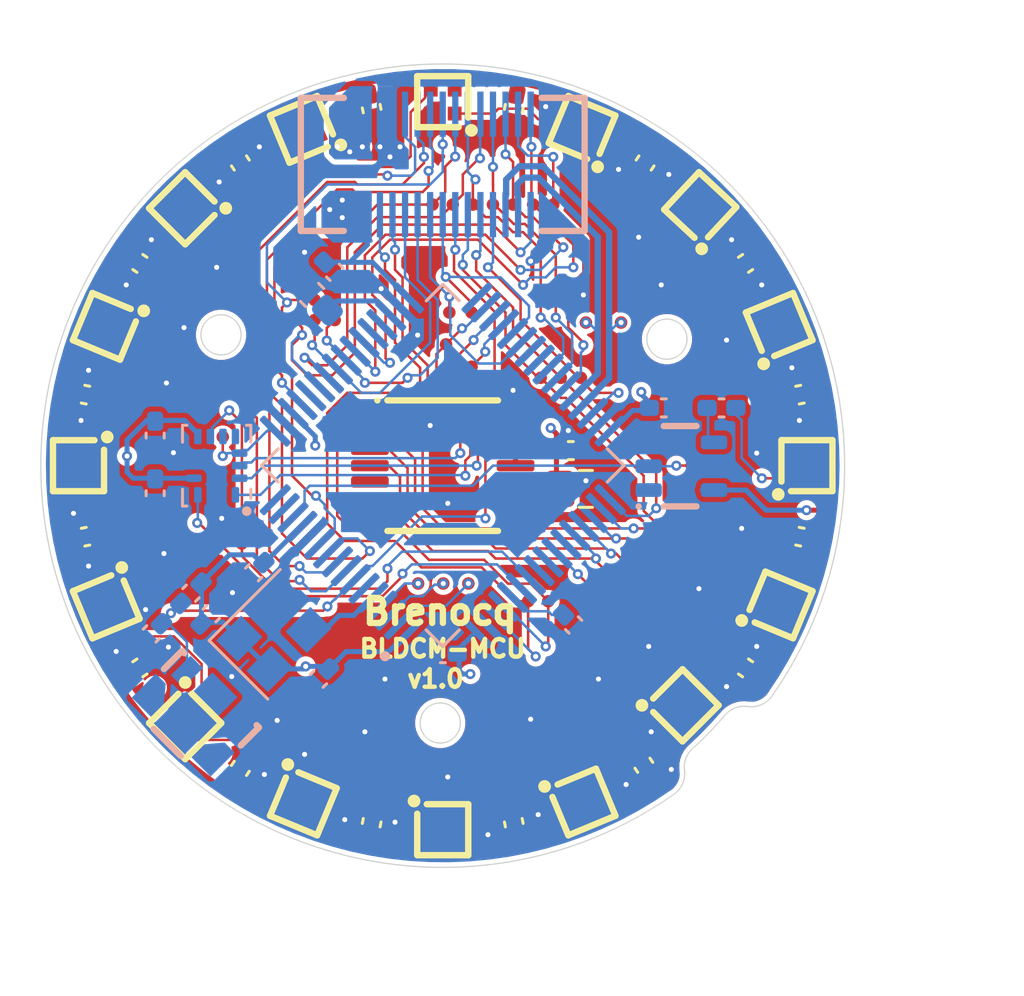
<source format=kicad_pcb>
(kicad_pcb (version 20241229) (generator "pcbnew") (generator_version "9.0")
  (title_block (title "BLDCM MCU") (date "2025-07-19") (rev "v1.0") (company "Breno Cunha Queiroz"))
  (layers (0 "F.Cu" signal "Top Layer") (4 "In1.Cu" signal "Layer 1") (6 "In2.Cu" signal "Layer 2") (2 "B.Cu" signal "Bottom Layer") (13 "F.Paste" user "Top Paste") (15 "B.Paste" user "Bottom Paste") (5 "F.SilkS" user "Top Overlay") (7 "B.SilkS" user "Bottom Overlay") (1 "F.Mask" user "Top Solder") (3 "B.Mask" user "Bottom Solder") (25 "Edge.Cuts" user))
  (property "SHEETTOTAL" "1")
  (net 0 "")
  (net 1 "5V")
  (net 2 "GND")
  (net 3 "3.3V")
  (net 4 "Net-(U1D-VCAP_1)")
  (net 5 "/RST")
  (net 6 "/CAN.TX")
  (net 7 "/SWCLK")
  (net 8 "/USB.DP")
  (net 9 "/SWDIO")
  (net 10 "/VOLT.U")
  (net 11 "/USB.DN")
  (net 12 "/VCP.RX")
  (net 13 "/TMC.UL")
  (net 14 "/TMC.WL")
  (net 15 "/CURR.W")
  (net 16 "/TMC.WH")
  (net 17 "/CURR.V")
  (net 18 "/TMC.UH")
  (net 19 "/TMC.DIAG")
  (net 20 "/VCP.TX")
  (net 21 "/TMC.VL")
  (net 22 "/VOLT.SRC")
  (net 23 "/SWO")
  (net 24 "/VOLT.W")
  (net 25 "/VOLT.V")
  (net 26 "/TMC.VH")
  (net 27 "/CURR.U")
  (net 28 "/CAN.RX")
  (net 29 "/BOOT0")
  (net 30 "Net-(U4-DI)")
  (net 31 "Net-(U2-OUT)")
  (net 32 "/LED.DI")
  (net 33 "/IMU.CS")
  (net 34 "/ENC.CLK")
  (net 35 "/ENC.POCI")
  (net 36 "/IMU.CLK")
  (net 37 "/IMU.POCI")
  (net 38 "/DEBUG0")
  (net 39 "/IMU.PICO")
  (net 40 "/DEBUG1")
  (net 41 "/ENC.CS")
  (net 42 "/DEBUG2")
  (net 43 "/OSC")
  (net 44 "/IMU.INT1")
  (net 45 "/ENC.PICO")
  (net 46 "/IMU.INT2")
  (net 59 "Net-(U4-DO)")
  (net 60 "Net-(U5-DO)")
  (net 61 "Net-(U6-DO)")
  (net 62 "Net-(U7-DO)")
  (net 63 "Net-(U8-DO)")
  (net 64 "Net-(U10-DI)")
  (net 65 "Net-(U10-DO)")
  (net 66 "Net-(U11-DO)")
  (net 67 "Net-(U12-DO)")
  (net 68 "Net-(U13-DO)")
  (net 69 "Net-(U14-DO)")
  (net 70 "Net-(U15-DO)")
  (net 71 "Net-(U16-DO)")
  (net 72 "Net-(U17-DO)")
  (net 73 "Net-(U18-DO)")
  (footprint "BrenoCQ:TP_0.5mm" (layer "F.Cu") (at 150.0209 104.6942 90)
    (property "Reference" "TP31" (hide yes))
    (property "Value" "Test point 0.5mm")
  )
  (footprint "BrenoCQ:TP_0.5mm" (layer "F.Cu") (at 156.6999 104.4002)
    (property "Reference" "TP37" (hide yes))
    (property "Value" "Test point 0.5mm")
  )
  (footprint "BrenoCQ:TP_0.5mm" (layer "F.Cu") (at 151.1999 89.6002 90)
    (property "Reference" "TP17" (hide yes))
    (property "Value" "Test point 0.5mm")
  )
  (footprint "BrenoCQ:TP_0.5mm" (layer "F.Cu") (at 153.8999 96.5002 90)
    (property "Reference" "TP8" (hide yes))
    (property "Value" "Test point 0.5mm")
  )
  (footprint "BrenoCQ:TP_0.5mm" (layer "F.Cu") (at 151.0209 104.6942 90)
    (property "Reference" "TP28" (hide yes))
    (property "Value" "Test point 0.5mm")
  )
  (footprint "BrenoCQ:LED-1515" (layer "F.Cu") (at 135.49993 100.0002 180)
    (property "Reference" "U12" (hide yes))
    (property "Value" "SK6805")
  )
  (footprint "BrenoCQ:C_0402" (layer "F.Cu") (at 137.94361 108.05596 -146.25)
    (property "Reference" "C20" (hide yes))
    (property "Value" "100nF")
  )
  (footprint "BrenoCQ:TP_0.5mm" (layer "F.Cu") (at 149.0209 104.6942 90)
    (property "Reference" "TP33" (hide yes))
    (property "Value" "Test point 0.5mm")
  )
  (footprint "BrenoCQ:TP_0.5mm" (layer "F.Cu") (at 144.8999 93.4002 90)
    (property "Reference" "TP9" (hide yes))
    (property "Value" "Test point 0.5mm")
  )
  (footprint "BrenoCQ:C_0402" (layer "F.Cu") (at 164.22126 97.1714 11.2500038)
    (property "Reference" "C11" (hide yes))
    (property "Value" "100nF")
  )
  (footprint "BrenoCQ:TP_0.5mm" (layer "F.Cu") (at 150.35552 96.13598 90)
    (property "Reference" "TP27" (hide yes))
    (property "Value" "Test point 0.5mm")
  )
  (footprint "BrenoCQ:TP_0.5mm" (layer "F.Cu") (at 158.4999 102.9002)
    (property "Reference" "TP34" (hide yes))
    (property "Value" "Test point 0.5mm")
  )
  (footprint "BrenoCQ:TP_0.5mm" (layer "F.Cu") (at 151.1479 93.8992 90)
    (property "Reference" "TP12" (hide yes))
    (property "Value" "Test point 0.5mm")
  )
  (footprint "BrenoCQ:TP_0.5mm" (layer "F.Cu") (at 151.9999 89.6002 90)
    (property "Reference" "TP19" (hide yes))
    (property "Value" "Test point 0.5mm")
  )
  (footprint "BrenoCQ:LED-1515" (layer "F.Cu") (at 139.74687 89.74717 135)
    (property "Reference" "U10" (hide yes))
    (property "Value" "SK6805")
  )
  (footprint "BrenoCQ:LED-1515" (layer "F.Cu") (at 164.49987 100.0002)
    (property "Reference" "U4" (hide yes))
    (property "Value" "SK6805")
  )
  (footprint "BrenoCQ:LED-1515" (layer "F.Cu") (at 149.9999 85.50023 90)
    (property "Reference" "U8" (hide yes))
    (property "Value" "SK6805")
  )
  (footprint "BrenoCQ:C_0402" (layer "F.Cu") (at 158.0059 111.9332 -56.2499962)
    (property "Reference" "C24" (hide yes))
    (property "Value" "100nF")
  )
  (footprint "BrenoCQ:TP_0.5mm" (layer "F.Cu") (at 141.1999 103.1002)
    (property "Reference" "TP36" (hide yes))
    (property "Value" "Test point 0.5mm")
  )
  (footprint "BrenoCQ:C_0402" (layer "F.Cu") (at 137.94361 91.94445 146.25)
    (property "Reference" "C17" (hide yes))
    (property "Value" "100nF")
  )
  (footprint "BrenoCQ:TP_0.5mm" (layer "F.Cu") (at 150.3999 89.6002 90)
    (property "Reference" "TP15" (hide yes))
    (property "Value" "Test point 0.5mm")
  )
  (footprint "BrenoCQ:C_0402" (layer "F.Cu") (at 155.0999 99.4002 180)
    (property "Reference" "C27" (hide yes))
    (property "Value" "100nF")
  )
  (footprint "BrenoCQ:TP_0.5mm" (layer "F.Cu") (at 154.6999 96.5002 90)
    (property "Reference" "TP32" (hide yes))
    (property "Value" "Test point 0.5mm")
  )
  (footprint "BrenoCQ:LED-1515" (layer "F.Cu") (at 149.9999 114.50017 -90)
    (property "Reference" "U16" (hide yes))
    (property "Value" "SK6805")
  )
  (footprint "BrenoCQ:TP_0.5mm" (layer "F.Cu") (at 141.2999 96.5002 90)
    (property "Reference" "TP3" (hide yes))
    (property "Value" "Test point 0.5mm")
  )
  (footprint "BrenoCQ:TP_0.5mm" (layer "F.Cu") (at 154.1999 105.4002 90)
    (property "Reference" "TP16" (hide yes))
    (property "Value" "Test point 0.5mm")
  )
  (footprint "BrenoCQ:C_0805" (layer "F.Cu") (at 155.6999 100.9002 180)
    (property "Reference" "C28" (hide yes))
    (property "Value" "10uF")
  )
  (footprint "BrenoCQ:LED-1515" (layer "F.Cu") (at 155.5488 86.60397 67.5)
    (property "Reference" "U7" (hide yes))
    (property "Value" "SK6805")
  )
  (footprint "BrenoCQ:TP_0.5mm" (layer "F.Cu") (at 157.2999 103.9002 90)
    (property "Reference" "TP22" (hide yes))
    (property "Value" "Test point 0.5mm")
  )
  (footprint "BrenoCQ:C_0402" (layer "F.Cu") (at 147.17109 85.77884 101.2500076)
    (property "Reference" "C15" (hide yes))
    (property "Value" "100nF")
  )
  (footprint "BrenoCQ:C_0402" (layer "F.Cu") (at 152.8287 114.22156 -78.75)
    (property "Reference" "C23" (hide yes))
    (property "Value" "100nF")
  )
  (footprint "BrenoCQ:TP_0.5mm" (layer "F.Cu") (at 155.4999 96.5002 90)
    (property "Reference" "TP29" (hide yes))
    (property "Value" "Test point 0.5mm")
  )
  (footprint "BrenoCQ:C_0402" (layer "F.Cu") (at 135.77854 97.1714 168.75)
    (property "Reference" "C18" (hide yes))
    (property "Value" "100nF")
  )
  (footprint "BrenoCQ:TP_0.5mm" (layer "F.Cu") (at 144.8999 94.2002 90)
    (property "Reference" "TP10" (hide yes))
    (property "Value" "Test point 0.5mm")
  )
  (footprint "BrenoCQ:LED-1515" (layer "F.Cu") (at 163.39613 105.5491 -22.49999809)
    (property "Reference" "U19" (hide yes))
    (property "Value" "SK6805")
  )
  (footprint "BrenoCQ:C_0402" (layer "F.Cu") (at 135.77854 102.82901 -168.75)
    (property "Reference" "C19" (hide yes))
    (property "Value" "100nF")
  )
  (footprint "BrenoCQ:LED-1515" (layer "F.Cu") (at 160.25293 89.74717 47.0113678)
    (property "Reference" "U6" (hide yes))
    (property "Value" "SK6805")
  )
  (footprint "BrenoCQ:TP_0.5mm" (layer "F.Cu") (at 150.1319 95.1692 90)
    (property "Reference" "TP24" (hide yes))
    (property "Value" "Test point 0.5mm")
  )
  (footprint "BrenoCQ:TP_0.5mm" (layer "F.Cu") (at 141.9999 103.1002)
    (property "Reference" "TP35" (hide yes))
    (property "Value" "Test point 0.5mm")
  )
  (footprint "BrenoCQ:C_0402" (layer "F.Cu") (at 162.05619 108.05596 -33.75)
    (property "Reference" "C25" (hide yes))
    (property "Value" "100nF")
  )
  (footprint "BrenoCQ:LED-1515" (layer "F.Cu") (at 155.5488 113.39643 -67.5)
    (property "Reference" "U17" (hide yes))
    (property "Value" "SK6805")
  )
  (footprint "BrenoCQ:C_0402" (layer "F.Cu") (at 147.17109 114.22156 -101.2500076)
    (property "Reference" "C22" (hide yes))
    (property "Value" "100nF")
  )
  (footprint "BrenoCQ:LED-1515" (layer "F.Cu") (at 136.60367 105.5491 -157.5000153)
    (property "Reference" "U13" (hide yes))
    (property "Value" "SK6805")
  )
  (footprint "BrenoCQ:TP_0.5mm" (layer "F.Cu") (at 157.8999 103.4002 90)
    (property "Reference" "TP20" (hide yes))
    (property "Value" "Test point 0.5mm")
  )
  (footprint "BrenoCQ:LED-1515" (layer "F.Cu") (at 136.60367 94.4513 157.5000153)
    (property "Reference" "U11" (hide yes))
    (property "Value" "SK6805")
  )
  (footprint "BrenoCQ:TP_0.5mm" (layer "F.Cu") (at 149.5999 89.6002)
    (property "Reference" "TP25" (hide yes))
    (property "Value" "Test point 0.5mm")
  )
  (footprint "BrenoCQ:TP_0.5mm" (layer "F.Cu") (at 141.2419 98.8522 90)
    (property "Reference" "TP7" (hide yes))
    (property "Value" "Test point 0.5mm")
  )
  (footprint "BrenoCQ:TP_0.5mm" (layer "F.Cu") (at 142.0999 96.5002 90)
    (property "Reference" "TP5" (hide yes))
    (property "Value" "Test point 0.5mm")
  )
  (footprint "BrenoCQ:C_0402" (layer "F.Cu") (at 141.94414 112.05649 -123.7500076)
    (property "Reference" "C21" (hide yes))
    (property "Value" "100nF")
  )
  (footprint "BrenoCQ:TP_0.5mm" (layer "F.Cu") (at 155.6999 94.3002 90)
    (property "Reference" "TP23" (hide yes))
    (property "Value" "Test point 0.5mm")
  )
  (footprint "BrenoCQ:C_0402" (layer "F.Cu") (at 164.22126 102.82901 -11.2500038)
    (property "Reference" "C26" (hide yes))
    (property "Value" "100nF")
  )
  (footprint "BrenoCQ:TP_0.5mm" (layer "F.Cu") (at 142.8999 96.5002 90)
    (property "Reference" "TP6" (hide yes))
    (property "Value" "Test point 0.5mm")
  )
  (footprint "BrenoCQ:TSSOP-14" (layer "F.Cu") (at 149.9999 100.0002)
    (property "Reference" "U20" (hide yes))
    (property "Value" "AS5048A")
  )
  (footprint "BrenoCQ:TP_0.5mm" (layer "F.Cu") (at 157.0999 94.3002 90)
    (property "Reference" "TP26" (hide yes))
    (property "Value" "Test point 0.5mm")
  )
  (footprint "BrenoCQ:LED-1515" (layer "F.Cu") (at 139.74687 110.25323 -135)
    (property "Reference" "U14" (hide yes))
    (property "Value" "SK6805")
  )
  (footprint "BrenoCQ:TP_0.5mm" (layer "F.Cu") (at 150.26282 93.8992 90)
    (property "Reference" "TP14" (hide yes))
    (property "Value" "Test point 0.5mm")
  )
  (footprint "BrenoCQ:LED-1515" (layer "F.Cu") (at 144.451 86.60397 112.5000076)
    (property "Reference" "U9" (hide yes))
    (property "Value" "SK6805")
  )
  (footprint "BrenoCQ:LED-1515" (layer "F.Cu") (at 163.39613 94.4513 22.49999809)
    (property "Reference" "U5" (hide yes))
    (property "Value" "SK6805")
  )
  (footprint "BrenoCQ:TP_0.5mm" (layer "F.Cu") (at 145.6999 94.2002 90)
    (property "Reference" "TP11" (hide yes))
    (property "Value" "Test point 0.5mm")
  )
  (footprint "BrenoCQ:C_0402" (layer "F.Cu") (at 158.05565 87.94391 56.25)
    (property "Reference" "C13" (hide yes))
    (property "Value" "100nF")
  )
  (footprint "BrenoCQ:C_0402" (layer "F.Cu") (at 141.94414 87.94391 123.7500076)
    (property "Reference" "C16" (hide yes))
    (property "Value" "100nF")
  )
  (footprint "BrenoCQ:TP_0.5mm" (layer "F.Cu") (at 159.9109 99.9952 90)
    (property "Reference" "TP1" (hide yes))
    (property "Value" "Test point 0.5mm")
  )
  (footprint "BrenoCQ:LED-1515" (layer "F.Cu") (at 144.451 113.39643 -112.5000076)
    (property "Reference" "U15" (hide yes))
    (property "Value" "SK6805")
  )
  (footprint "BrenoCQ:TP_0.5mm" (layer "F.Cu") (at 151.1479 96.0582 90)
    (property "Reference" "TP30" (hide yes))
    (property "Value" "Test point 0.5mm")
  )
  (footprint "BrenoCQ:TP_0.5mm" (layer "F.Cu") (at 154.3999 89.6002 90)
    (property "Reference" "TP21" (hide yes))
    (property "Value" "Test point 0.5mm")
  )
  (footprint "BrenoCQ:C_0402" (layer "F.Cu") (at 152.8287 85.77884 78.75)
    (property "Reference" "C14" (hide yes))
    (property "Value" "100nF")
  )
  (footprint "BrenoCQ:TP_0.5mm" (layer "F.Cu") (at 152.7999 89.6002 90)
    (property "Reference" "TP2" (hide yes))
    (property "Value" "Test point 0.5mm")
  )
  (footprint "BrenoCQ:C_0402" (layer "F.Cu") (at 162.05619 91.94445 33.75)
    (property "Reference" "C12" (hide yes))
    (property "Value" "100nF")
  )
  (footprint "BrenoCQ:LED-1515" (layer "F.Cu") (at 159.54582 109.54613 -45)
    (property "Reference" "U18" (hide yes))
    (property "Value" "SK6805")
  )
  (footprint "BrenoCQ:TP_0.5mm" (layer "F.Cu") (at 153.3999 105.4002 90)
    (property "Reference" "TP18" (hide yes))
    (property "Value" "Test point 0.5mm")
  )
  (footprint "BrenoCQ:TP_0.5mm" (layer "F.Cu") (at 153.5999 89.6002 90)
    (property "Reference" "TP4" (hide yes))
    (property "Value" "Test point 0.5mm")
  )
  (footprint "BrenoCQ:TP_0.5mm" (layer "F.Cu") (at 144.0999 94.2002 90)
    (property "Reference" "TP13" (hide yes))
    (property "Value" "Test point 0.5mm")
  )
  (footprint "BrenoCQ:R_0402" (layer "B.Cu") (at 161.0999 97.7002 180)
    (property "Reference" "R5" (hide yes))
    (property "Value" "500")
  )
  (footprint "BrenoCQ:C_0402" (layer "B.Cu") (at 145.6999 92.3002 135)
    (property "Reference" "C3" (hide yes))
    (property "Value" "100nF")
  )
  (footprint "BrenoCQ:Crystal_3225" (layer "B.Cu") (at 143.2824 106.7177 45)
    (property "Reference" "Y1" (hide yes))
    (property "Value" "ECS-3225MVLC-240-CN")
  )
  (footprint "BrenoCQ:C_0402" (layer "B.Cu") (at 140.78564 105.9002 -135)
    (property "Reference" "C7" (hide yes))
    (property "Value" "100nF")
  )
  (footprint "BrenoCQ:C_0402" (layer "B.Cu") (at 138.55129 98.8002 90)
    (property "Reference" "C9" (hide yes))
    (property "Value" "100nF")
  )
  (footprint "BrenoCQ:C_0603" (layer "B.Cu") (at 144.7999 93.2002 -45)
    (property "Reference" "C6" (hide yes))
    (property "Value" "4.7uF")
  )
  (footprint "BrenoCQ:R_0402" (layer "B.Cu") (at 155.2119 106.3452 -45)
    (property "Reference" "R1" (hide yes))
    (property "Value" "10K")
  )
  (footprint "BrenoCQ:C_0402" (layer "B.Cu") (at 158.7999 97.7002 180)
    (property "Reference" "C5" (hide yes))
    (property "Value" "100nF")
  )
  (footprint "BrenoCQ:C_0402" (layer "B.Cu") (at 138.55129 101.1002 90)
    (property "Reference" "C10" (hide yes))
    (property "Value" "100nF")
  )
  (footprint "BrenoCQ:C_0402" (layer "B.Cu") (at 142.47374 104.26565 45)
    (property "Reference" "C2" (hide yes))
    (property "Value" "100nF")
  )
  (footprint "BrenoCQ:C_0402" (layer "B.Cu") (at 145.0519 108.5042 45)
    (property "Reference" "C1" (hide yes))
    (property "Value" "1uF")
  )
  (footprint "BrenoCQ:SOT-23-5" (layer "B.Cu") (at 159.4999 100.02184 90)
    (property "Reference" "U2" (hide yes))
    (property "Value" "SN74LV1T34DBVR")
  )
  (footprint "BrenoCQ:LGA-14L" (layer "B.Cu") (at 140.9999 100.0002 90)
    (property "Reference" "U3" (hide yes))
    (property "Value" "ISM330DHCX")
  )
  (footprint "BrenoCQ:LQFP64" (layer "B.Cu") (at 149.9999 100.0002 45)
    (property "Reference" "U1" (hide yes))
    (property "Value" "STM32F446RE")
  )
  (footprint "BrenoCQ:C_0402" (layer "B.Cu") (at 150.0049 107.4882)
    (property "Reference" "C4" (hide yes))
    (property "Value" "100nF")
  )
  (footprint "BrenoCQ:R_0402" (layer "B.Cu") (at 139.97634 105.0804 45)
    (property "Reference" "R4" (hide yes))
    (property "Value" "10K")
  )
  (footprint "BrenoCQ:EVPAKE31A" (layer "B.Cu") (at 139.8499 110.1502 -135)
    (property "Reference" "K1" (hide yes))
    (property "Value" "EVPAKE31A")
  )
  (footprint "BrenoCQ:52991-0308" (layer "B.Cu") (at 149.9999 88.0002)
    (property "Reference" "J1" (hide yes))
    (property "Value" "52991-0308")
  )
  (footprint "BrenoCQ:C_0402" (layer "B.Cu") (at 138.3999 106.7002 45)
    (property "Reference" "C8" (hide yes))
    (property "Value" "100nF")
  )
  (gr_arc (start 161.238939 109.934277) (mid 160.606262 110.628953) (end 159.931931 111.283273) (stroke (width 0.05)) (layer "Edge.Cuts"))
  (gr_curve (pts (xy 159.625109 112.130061) (xy 159.649606 112.304311) (xy 159.62587 112.494919) (xy 159.551205 112.66495)) (stroke (width 0.05)) (layer "Edge.Cuts"))
  (gr_arc (start 166 100) (mid 165.259157 104.812288) (end 163.105235 109.178933) (stroke (width 0.05)) (layer "Edge.Cuts"))
  (gr_arc (start 159.625109 112.130061) (mid 159.674078 111.668824) (end 159.931931 111.283273) (stroke (width 0.05)) (layer "Edge.Cuts"))
  (gr_curve (pts (xy 162.142427 109.594866) (xy 162.318059 109.621036) (xy 162.510809 109.598171) (xy 162.682735 109.523251)) (stroke (width 0.05)) (layer "Edge.Cuts"))
  (gr_arc (start 159.209977 113.083437) (mid 135.798598 92.629777) (end 166 100) (stroke (width 0.05)) (layer "Edge.Cuts"))
  (gr_circle (center 158.926173 94.961554) (end 159.726173 94.961554) (stroke (width 0.05)) (fill no) (layer "Edge.Cuts"))
  (gr_circle (center 149.900336 110.249515) (end 150.700336 110.249515) (stroke (width 0.05)) (fill no) (layer "Edge.Cuts"))
  (gr_arc (start 161.238939 109.934277) (mid 161.647027 109.648363) (end 162.142427 109.594866) (stroke (width 0.05)) (layer "Edge.Cuts"))
  (gr_curve (pts (xy 159.551205 112.66495) (xy 159.477595 112.83544) (xy 159.354228 112.982665) (xy 159.209977 113.083437)) (stroke (width 0.05)) (layer "Edge.Cuts"))
  (gr_circle (center 141.173491 94.788931) (end 141.973491 94.788931) (stroke (width 0.05)) (fill no) (layer "Edge.Cuts"))
  (gr_curve (pts (xy 162.682735 109.523251) (xy 162.855133 109.449423) (xy 163.003903 109.324751) (xy 163.105235 109.178933)) (stroke (width 0.05)) (layer "Edge.Cuts"))
  (gr_text "BLDCM-MCU" (at 146.5999 107.7002 360) (layer "F.SilkS") (effects (font (size 0.7 0.7) (thickness 0.254)) (justify left bottom)))
  (gr_text "v1.0" (at 148.4999 108.9002 0) (layer "F.SilkS") (effects (font (size 0.7 0.7) (thickness 0.175)) (justify left bottom)))
  (gr_text "Brenocq" (at 146.6999 106.4002 360) (layer "F.SilkS") (effects (font (size 1 1) (thickness 0.254)) (justify left bottom)))
  (segment (start 146.4049 87.2952) (end 146.3999 87.3002) (width 0.3) (layer "F.Cu") (net 1))
  (segment (start 134.69887 96.96072) (end 135.18929 97.05827) (width 0.3) (layer "F.Cu") (net 1))
  (segment (start 164.97487 100.47521) (end 165.09987 100.50443) (width 0.3) (layer "F.Cu") (net 1))
  (segment (start 135.83976 105.27272) (end 135.98306 105.29203) (width 0.3) (layer "F.Cu") (net 1))
  (segment (start 146.94751 85.21157) (end 146.85003 84.72151) (width 0.3) (layer "F.Cu") (net 1))
  (segment (start 138.5948 110.64368) (end 138.94179 110.29669) (width 0.3) (layer "F.Cu") (net 1))
  (segment (start 158.33343 87.52817) (end 158.46565 87.49625) (width 0.3) (layer "F.Cu") (net 1))
  (segment (start 159.54583 110.39466) (end 159.54583 110.21788) (width 0.3) (layer "F.Cu") (net 1))
  (segment (start 156.16942 86.3469) (end 156.23368 86.23823) (width 0.3) (layer "F.Cu") (net 1))
  (segment (start 152.92625 85.28845) (end 152.94259 85.18974) (width 0.3) (layer "F.Cu") (net 1))
  (segment (start 145.8049 87.2952) (end 145.7999 87.3002) (width 0.3) (layer "F.Cu") (net 1))
  (segment (start 141.629 87.43287) (end 141.66636 87.52818) (width 0.3) (layer "F.Cu") (net 1))
  (segment (start 146.3999 87.3002) (end 146.1999 87.1002) (width 0.3) (layer "F.Cu") (net 1))
  (segment (start 134.89992 99.48746) (end 135.02492 99.5252) (width 0.3) (layer "F.Cu") (net 1))
  (segment (start 158.5429 113.04536) (end 158.63076 112.9575) (width 0.3) (layer "F.Cu") (net 1))
  (segment (start 162.47192 108.33374) (end 162.56764 108.37048) (width 0.3) (layer "F.Cu") (net 1))
  (segment (start 150.47489 85.02523) (end 150.51069 84.90023) (width 0.3) (layer "F.Cu") (net 1))
  (segment (start 160.92426 89.7236) (end 161.01869 89.64074) (width 0.3) (layer "F.Cu") (net 1))
  (segment (start 162.56764 108.37048) (end 162.82405 108.5418) (width 0.3) (layer "F.Cu") (net 1))
  (segment (start 137.43548 108.37546) (end 137.52788 108.33375) (width 0.3) (layer "F.Cu") (net 1))
  (segment (start 165.09987 100.50443) (end 165.59175 100.50443) (width 0.3) (layer "F.Cu") (net 1))
  (segment (start 135.18789 102.93507) (end 135.28816 102.92655) (width 0.3) (layer "F.Cu") (net 1))
  (segment (start 146.7999 87.3002) (end 146.7949 87.2952) (width 0.3) (layer "F.Cu") (net 1))
  (segment (start 155.34926 114.12851) (end 155.53798 114.58409) (width 0.3) (layer "F.Cu") (net 1))
  (segment (start 164.71165 97.07384) (end 164.81083 97.05988) (width 0.3) (layer "F.Cu") (net 1))
  (segment (start 146.2999 87.5002) (end 146.3999 87.4002) (width 0.3) (layer "F.Cu") (net 1))
  (segment (start 161.01869 89.64074) (end 161.34401 89.29174) (width 0.3) (layer "F.Cu") (net 1))
  (segment (start 146.3999 87.4002) (end 146.3999 87.3002) (width 0.3) (layer "F.Cu") (net 1))
  (segment (start 162.47192 91.66666) (end 162.60322 91.68317) (width 0.3) (layer "F.Cu") (net 1))
  (segment (start 158.52069 113.06757) (end 158.54287 113.04539) (width 0.3) (layer "F.Cu") (net 1))
  (segment (start 137.01973 108.65325) (end 137.43548 108.37546) (width 0.3) (layer "F.Cu") (net 1))
  (segment (start 141.31946 112.96207) (end 141.59726 112.54632) (width 0.3) (layer "F.Cu") (net 1))
  (segment (start 158.46565 87.49625) (end 158.7433 87.08072) (width 0.3) (layer "F.Cu") (net 1))
  (segment (start 146.1949 87.2952) (end 145.8049 87.2952) (width 0.3) (layer "F.Cu") (net 1))
  (segment (start 147.06716 114.81265) (end 147.07355 114.71196) (width 0.3) (layer "F.Cu") (net 1))
  (segment (start 164.11292 94.61391) (end 164.56954 94.42477) (width 0.3) (layer "F.Cu") (net 1))
  (segment (start 137.02295 91.34233) (end 137.4387 91.62012) (width 0.3) (layer "F.Cu") (net 1))
  (segment (start 146.0679 86.9142) (end 146.0679 86.25483) (width 0.3) (layer "F.Cu") (net 1))
  (segment (start 144.43384 85.42697) (end 144.62288 85.88334) (width 0.3) (layer "F.Cu") (net 1))
  (segment (start 141.59726 112.54632) (end 141.66636 112.47222) (width 0.3) (layer "F.Cu") (net 1))
  (segment (start 162.82405 108.5418) (end 162.91504 108.54181) (width 0.3) (layer "F.Cu") (net 1))
  (segment (start 163.12721 108.45392) (end 163.15023 108.43089) (width 0.3) (layer "F.Cu") (net 1))
  (segment (start 146.2999 87.4002) (end 146.1949 87.2952) (width 0.3) (layer "F.Cu") (net 1))
  (segment (start 138.94179 110.29669) (end 139.07511 110.25323) (width 0.3) (layer "F.Cu") (net 1))
  (segment (start 152.94259 85.18974) (end 153.04014 84.69932) (width 0.3) (layer "F.Cu") (net 1))
  (segment (start 144.62288 85.88334) (end 144.70807 85.98335) (width 0.3) (layer "F.Cu") (net 1))
  (segment (start 137.4387 91.62012) (end 137.52787 91.66666) (width 0.3) (layer "F.Cu") (net 1))
  (segment (start 150.51069 84.90023) (end 150.51069 84.40857) (width 0.3) (layer "F.Cu") (net 1))
  (segment (start 156.23368 86.23823) (end 156.42206 85.78345) (width 0.3) (layer "F.Cu") (net 1))
  (segment (start 158.39752 112.39315) (end 158.63076 112.74223) (width 0.3) (layer "F.Cu") (net 1))
  (segment (start 146.0679 86.25483) (end 147.03427 85.28845) (width 0.3) (layer "F.Cu") (net 1))
  (segment (start 135.80555 93.52868) (end 136.25865 93.71637) (width 0.3) (layer "F.Cu") (net 1))
  (segment (start 146.96961 115.30306) (end 147.06716 114.81265) (width 0.3) (layer "F.Cu") (net 1))
  (segment (start 143.7244 113.7449) (end 143.83038 113.6535) (width 0.3) (layer "F.Cu") (net 1))
  (segment (start 164.01675 94.70837) (end 164.11292 94.61391) (width 0.3) (layer "F.Cu") (net 1))
  (segment (start 135.38668 105.4604) (end 135.83976 105.27272) (width 0.3) (layer "F.Cu") (net 1))
  (segment (start 164.71166 102.92655) (end 164.81237 102.93282) (width 0.3) (layer "F.Cu") (net 1))
  (segment (start 158.63076 112.83323) (end 158.63076 112.74223) (width 0.3) (layer "F.Cu") (net 1))
  (segment (start 146.1999 87.1002) (end 146.1999 87.0462) (width 0.3) (layer "F.Cu") (net 1))
  (segment (start 164.81083 97.05988) (end 165.30125 96.96233) (width 0.3) (layer "F.Cu") (net 1))
  (segment (start 158.28369 112.34894) (end 158.39752 112.39315) (width 0.3) (layer "F.Cu") (net 1))
  (segment (start 146.1999 87.0462) (end 146.0679 86.9142) (width 0.3) (layer "F.Cu") (net 1))
  (segment (start 141.36779 87.04194) (end 141.629 87.43287) (width 0.3) (layer "F.Cu") (net 1))
  (segment (start 158.35285 112.18246) (end 159.54583 110.39466) (width 0.3) (layer "F.Cu") (net 1))
  (segment (start 149.49703 115.59209) (end 149.49703 115.10017) (width 0.3) (layer "F.Cu") (net 1))
  (segment (start 162.91506 108.54181) (end 163.03931 108.5418) (width 0.3) (layer "F.Cu") (net 1))
  (segment (start 139.6447 89.0008) (end 139.74687 89.07541) (width 0.3) (layer "F.Cu") (net 1))
  (segment (start 147.03427 85.28845) (end 147.07356 85.28845) (width 0.3) (layer "F.Cu") (net 1))
  (segment (start 163.03931 108.5418) (end 163.12718 108.45395) (width 0.3) (layer "F.Cu") (net 1))
  (segment (start 135.18929 97.05827) (end 135.28816 97.07385) (width 0.3) (layer "F.Cu") (net 1))
  (segment (start 134.69747 103.03262) (end 135.18789 102.93507) (width 0.3) (layer "F.Cu") (net 1))
  (segment (start 162.60322 91.68317) (end 163.01878 91.4055) (width 0.3) (layer "F.Cu") (net 1))
  (segment (start 163.74556 106.27337) (end 164.21782 106.46899) (width 0.3) (layer "F.Cu") (net 1))
  (segment (start 152.92624 114.71195) (end 152.9439 114.81039) (width 0.3) (layer "F.Cu") (net 1))
  (segment (start 136.25865 93.71637) (end 136.3466 93.83068) (width 0.3) (layer "F.Cu") (net 1))
  (segment (start 155.29171 114.01705) (end 155.34926 114.12851) (width 0.3) (layer "F.Cu") (net 1))
  (segment (start 143.5366 114.19829) (end 143.7244 113.7449) (width 0.3) (layer "F.Cu") (net 1))
  (segment (start 158.28369 112.34894) (end 158.35285 112.18246) (width 0.3) (layer "F.Cu") (net 1))
  (segment (start 146.2999 87.5002) (end 146.2999 87.4002) (width 0.3) (layer "F.Cu") (net 1))
  (segment (start 164.81237 102.93282) (end 165.32097 103.03399) (width 0.3) (layer "F.Cu") (net 1))
  (segment (start 158.63076 112.9575) (end 158.63076 112.83324) (width 0.3) (layer "F.Cu") (net 1))
  (segment (start 139.29584 88.65194) (end 139.6447 89.0008) (width 0.3) (layer "F.Cu") (net 1))
  (segment (start 134.40833 99.48746) (end 134.89992 99.48746) (width 0.3) (layer "F.Cu") (net 1))
  (segment (start 164.4829 101.7732) (end 165.50044 101.7732) (width 0.2) (layer "F.Cu") (net 1))
  (segment (start 146.7949 87.2952) (end 146.4049 87.2952) (width 0.3) (layer "F.Cu") (net 1))
  (segment (start 149.49703 115.10017) (end 149.5249 114.97517) (width 0.3) (layer "F.Cu") (net 1))
  (segment (start 163.6532 106.16971) (end 163.74556 106.27337) (width 0.3) (layer "F.Cu") (net 1))
  (segment (start 147.07356 85.28845) (end 146.94751 85.21157) (width 0.3) (layer "F.Cu") (net 1))
  (segment (start 152.9439 114.81039) (end 153.04146 115.30082) (width 0.3) (layer "F.Cu") (net 1))
  (via (at 146.2999 87.5002) (size 0.4) (drill 0.2) (layers "F.Cu" "B.Cu") (net 1))
  (via (at 145.7999 87.3002) (size 0.4) (drill 0.2) (layers "F.Cu" "B.Cu") (net 1))
  (via (at 164.4829 101.7732) (size 0.4) (drill 0.2) (layers "F.Cu" "B.Cu") (net 1))
  (via (at 146.7999 87.3002) (size 0.4) (drill 0.2) (layers "F.Cu" "B.Cu") (net 1))
  (arc (start 146.850034 84.721511) (mid 148.671116 84.456895) (end 150.510689 84.408565) (width 0.3) (layer "F.Cu") (net 1))
  (arc (start 144.433846 85.42697) (mid 145.627689 85.025429) (end 146.850034 84.721511) (width 0.3) (layer "F.Cu") (net 1))
  (arc (start 158.520688 113.06757) (mid 158.320378 113.196019) (end 158.118133 113.321397) (width 0.3) (layer "F.Cu") (net 1))
  (arc (start 134.408329 99.487455) (mid 134.502019 98.218155) (end 134.698869 96.960717) (width 0.3) (layer "F.Cu") (net 1))
  (arc (start 158.118133 113.321397) (mid 156.85718 114.012256) (end 155.537976 114.584085) (width 0.3) (layer "F.Cu") (net 1))
  (arc (start 138.5948 110.643681) (mid 137.766716 109.680551) (end 137.019731 108.653246) (width 0.3) (layer "F.Cu") (net 1))
  (arc (start 139.295842 88.651934) (mid 141.706576 86.787298) (end 144.433847 85.426969) (width 0.3) (layer "F.Cu") (net 1))
  (arc (start 165.516562 101.773196) (mid 164.715418 105.237821) (end 163.150237 108.430886) (width 0.3) (layer "F.Cu") (net 1))
  (arc (start 137.022949 91.342329) (mid 138.083227 89.932783) (end 139.295842 88.651935) (width 0.3) (layer "F.Cu") (net 1))
  (arc (start 165.591749 100.504428) (mid 165.558744 101.132617) (end 165.50044 101.758964) (width 0.3) (layer "F.Cu") (net 1))
  (arc (start 156.422057 85.783453) (mid 157.610369 86.382536) (end 158.743297 87.080719) (width 0.3) (layer "F.Cu") (net 1))
  (arc (start 158.743297 87.080718) (mid 160.104311 88.114877) (end 161.344008 89.291735) (width 0.3) (layer "F.Cu") (net 1))
  (arc (start 135.805554 93.528683) (mid 136.370341 92.411056) (end 137.022949 91.342329) (width 0.3) (layer "F.Cu") (net 1))
  (arc (start 143.536599 114.198289) (mid 142.402845 113.625351) (end 141.319465 112.962068) (width 0.3) (layer "F.Cu") (net 1))
  (arc (start 163.018777 91.405501) (mid 163.876521 92.872831) (end 164.569544 94.424765) (width 0.3) (layer "F.Cu") (net 1))
  (arc (start 135.386678 105.460398) (mid 134.992898 104.26047) (end 134.697468 103.032622) (width 0.3) (layer "F.Cu") (net 1))
  (arc (start 150.510689 84.408565) (mid 151.781359 84.502252) (end 153.040145 84.699321) (width 0.3) (layer "F.Cu") (net 1))
  (arc (start 137.019731 108.653246) (mid 136.11115 107.103905) (end 135.386679 105.460397) (width 0.3) (layer "F.Cu") (net 1))
  (arc (start 164.569544 94.424765) (mid 164.989193 95.678035) (end 165.301251 96.962329) (width 0.3) (layer "F.Cu") (net 1))
  (arc (start 134.698869 96.960717) (mid 135.15271 95.212615) (end 135.805553 93.528683) (width 0.3) (layer "F.Cu") (net 1))
  (arc (start 155.537977 114.584085) (mid 154.30466 114.9945) (end 153.041457 115.300819) (width 0.3) (layer "F.Cu") (net 1))
  (arc (start 134.697468 103.032622) (mid 134.451527 101.268306) (end 134.408329 99.487455) (width 0.3) (layer "F.Cu") (net 1))
  (arc (start 149.497031 115.592093) (mid 148.22742 115.499178) (end 146.969612 115.303055) (width 0.3) (layer "F.Cu") (net 1))
  (arc (start 141.319465 112.962069) (mid 139.890453 111.881239) (end 138.5948 110.643681) (width 0.3) (layer "F.Cu") (net 1))
  (arc (start 161.344008 89.291736) (mid 162.227154 90.31236) (end 163.018776 91.405501) (width 0.3) (layer "F.Cu") (net 1))
  (arc (start 165.301251 96.962329) (mid 165.547699 98.725079) (end 165.591749 100.504428) (width 0.3) (layer "F.Cu") (net 1))
  (arc (start 153.041457 115.300819) (mid 151.277571 115.54779) (end 149.497031 115.592093) (width 0.3) (layer "F.Cu") (net 1))
  (arc (start 146.969612 115.303054) (mid 145.221074 114.85021) (end 143.5366 114.198289) (width 0.3) (layer "F.Cu") (net 1))
  (arc (start 153.040145 84.699321) (mid 154.762053 85.144834) (end 156.422057 85.783453) (width 0.3) (layer "F.Cu") (net 1))
  (segment (start 162.8689 101.7732) (end 164.4829 101.7732) (width 0.2) (layer "B.Cu") (net 1))
  (segment (start 162.06762 100.97192) (end 162.8689 101.7732) (width 0.2) (layer "B.Cu") (net 1))
  (segment (start 160.33462 100.97192) (end 162.06762 100.97192) (width 0.2) (layer "B.Cu") (net 1))
  (via (at 161.4999 91.0002) (size 0.4) (drill 0.2) (layers "F.Cu" "B.Cu") (net 2))
  (via (at 135.8999 104.0002) (size 0.4) (drill 0.2) (layers "F.Cu" "B.Cu") (net 2))
  (via (at 153.4999 91.852712) (size 0.4) (drill 0.2) (layers "F.Cu" "B.Cu") (net 2))
  (via (at 155.5999 93.2002) (size 0.4) (drill 0.2) (layers "F.Cu" "B.Cu") (net 2))
  (via (at 161.8999 102.5002) (size 0.4) (drill 0.2) (layers "F.Cu" "B.Cu") (net 2))
  (via (at 153.7999 113.9002) (size 0.4) (drill 0.2) (layers "F.Cu" "B.Cu") (net 2))
  (via (at 138.3999 91.0002) (size 0.4) (drill 0.2) (layers "F.Cu" "B.Cu") (net 2))
  (via (at 137.3999 92.8002) (size 0.4) (drill 0.2) (layers "F.Cu" "B.Cu") (net 2))
  (via (at 159.1 112.1) (size 0.4) (drill 0.2) (layers "F.Cu" "B.Cu") (net 2))
  (via (at 149.4999 98.4002) (size 0.4) (drill 0.2) (layers "F.Cu" "B.Cu") (net 2))
  (via (at 158.9999 88.4002) (size 0.4) (drill 0.2) (layers "F.Cu" "B.Cu") (net 2))
  (via (at 158.2999 110.6002) (size 0.4) (drill 0.2) (layers "F.Cu" "B.Cu") (net 2))
  (via (at 139.07954 107.226899) (size 0.4) (drill 0.2) (layers "F.Cu" "B.Cu") (net 2))
  (via (at 154.0999 85.7002) (size 0.4) (drill 0.2) (layers "F.Cu" "B.Cu") (net 2))
  (via (at 141.62969 105.05845) (size 0.4) (drill 0.2) (layers "F.Cu" "B.Cu") (net 2))
  (via (at 147.4999 87.3002) (size 0.4) (drill 0.2) (layers "F.Cu" "B.Cu") (net 2))
  (via (at 150.1999 112.4002) (size 0.4) (drill 0.2) (layers "F.Cu" "B.Cu") (net 2))
  (via (at 148.2999 87.3002) (size 0.4) (drill 0.2) (layers "F.Cu" "B.Cu") (net 2))
  (via (at 141.0999 88.7002) (size 0.4) (drill 0.2) (layers "F.Cu" "B.Cu") (net 2))
  (via (at 162.6999 92.8002) (size 0.4) (drill 0.2) (layers "F.Cu" "B.Cu") (net 2))
  (via (at 155.6999 100.6002) (size 0.4) (drill 0.2) (layers "F.Cu" "B.Cu") (net 2))
  (via (at 141.1999 102.1002) (size 0.4) (drill 0.2) (layers "F.Cu" "B.Cu") (net 2))
  (via (at 151.7999 114.7002) (size 0.4) (drill 0.2) (layers "F.Cu" "B.Cu") (net 2))
  (via (at 135.5999 98.2002) (size 0.4) (drill 0.2) (layers "F.Cu" "B.Cu") (net 2))
  (via (at 158.6999 92.8002) (size 0.4) (drill 0.2) (layers "F.Cu" "B.Cu") (net 2))
  (via (at 163.8999 96.1002) (size 0.4) (drill 0.2) (layers "F.Cu" "B.Cu") (net 2))
  (via (at 148.9999 94.8002) (size 0.4) (drill 0.2) (layers "F.Cu" "B.Cu") (net 2))
  (via (at 148.0999 114.2002) (size 0.4) (drill 0.2) (layers "F.Cu" "B.Cu") (net 2))
  (via (at 160.1999 104.9002) (size 0.4) (drill 0.2) (layers "F.Cu" "B.Cu") (net 2))
  (via (at 136.9999 107.4002) (size 0.4) (drill 0.2) (layers "F.Cu" "B.Cu") (net 2))
  (via (at 147.8999 87.7002) (size 0.4) (drill 0.2) (layers "F.Cu" "B.Cu") (net 2))
  (via (at 135.2999 101.9002) (size 0.4) (drill 0.2) (layers "F.Cu" "B.Cu") (net 2))
  (via (at 143.40893 110.14716) (size 0.4) (drill 0.2) (layers "F.Cu" "B.Cu") (net 2))
  (via (at 156.1999 108.5002) (size 0.4) (drill 0.2) (layers "F.Cu" "B.Cu") (net 2))
  (via (at 140.9999 92.1002) (size 0.4) (drill 0.2) (layers "F.Cu" "B.Cu") (net 2))
  (via (at 139.27875 99.48427) (size 0.4) (drill 0.2) (layers "F.Cu" "B.Cu") (net 2))
  (via (at 150.1999 101.5002) (size 0.4) (drill 0.2) (layers "F.Cu" "B.Cu") (net 2))
  (via (at 157.2999 112.7002) (size 0.4) (drill 0.2) (layers "F.Cu" "B.Cu") (net 2))
  (via (at 147.547999 92.952101) (size 0.4) (drill 0.2) (layers "F.Cu" "B.Cu") (net 2))
  (via (at 138.8999 103.5002) (size 0.4) (drill 0.2) (layers "F.Cu" "B.Cu") (net 2))
  (via (at 139.6999 94.5002) (size 0.4) (drill 0.2) (layers "F.Cu" "B.Cu") (net 2))
  (via (at 152.7999 97.0002) (size 0.4) (drill 0.2) (layers "F.Cu" "B.Cu") (net 2))
  (via (at 154.9999 98.6002) (size 0.4) (drill 0.2) (layers "F.Cu" "B.Cu") (net 2))
  (via (at 138.17057 105.73353) (size 0.4) (drill 0.2) (layers "F.Cu" "B.Cu") (net 2))
  (via (at 138.9999 96.707733) (size 0.4) (drill 0.2) (layers "F.Cu" "B.Cu") (net 2))
  (via (at 156.9999 88.2002) (size 0.4) (drill 0.2) (layers "F.Cu" "B.Cu") (net 2))
  (via (at 142.8999 112.3002) (size 0.4) (drill 0.2) (layers "F.Cu" "B.Cu") (net 2))
  (via (at 146.0999 114.1002) (size 0.4) (drill 0.2) (layers "F.Cu" "B.Cu") (net 2))
  (via (at 144.4999 91.5002) (size 0.4) (drill 0.2) (layers "F.Cu" "B.Cu") (net 2))
  (via (at 153.4999 110.1002) (size 0.4) (drill 0.2) (layers "F.Cu" "B.Cu") (net 2))
  (via (at 162.49988 99.50021) (size 0.4) (drill 0.2) (layers "F.Cu" "B.Cu") (net 2))
  (via (at 164.1999 98.2002) (size 0.4) (drill 0.2) (layers "F.Cu" "B.Cu") (net 2))
  (via (at 161.2999 108.8002) (size 0.4) (drill 0.2) (layers "F.Cu" "B.Cu") (net 2))
  (via (at 135.8999 96.2002) (size 0.4) (drill 0.2) (layers "F.Cu" "B.Cu") (net 2))
  (via (at 141.5999 108.4002) (size 0.4) (drill 0.2) (layers "F.Cu" "B.Cu") (net 2))
  (via (at 157.7999 90.9002) (size 0.4) (drill 0.2) (layers "F.Cu" "B.Cu") (net 2))
  (via (at 144.49989 111.50021) (size 0.4) (drill 0.2) (layers "F.Cu" "B.Cu") (net 2))
  (via (at 142.6999 87.3002) (size 0.4) (drill 0.2) (layers "F.Cu" "B.Cu") (net 2))
  (via (at 147.6999 108.5002) (size 0.4) (drill 0.2) (layers "F.Cu" "B.Cu") (net 2))
  (via (at 158.1999 107.2002) (size 0.4) (drill 0.2) (layers "F.Cu" "B.Cu") (net 2))
  (via (at 162.4999 107.2002) (size 0.4) (drill 0.2) (layers "F.Cu" "B.Cu") (net 2))
  (via (at 161.2999 95.0002) (size 0.4) (drill 0.2) (layers "F.Cu" "B.Cu") (net 2))
  (via (at 146.8999 110.6002) (size 0.4) (drill 0.2) (layers "F.Cu" "B.Cu") (net 2))
  (segment (start 144.52157 109.03453) (end 144.52157 109.03453) (width 0.2) (layer "B.Cu") (net 2))
  (segment (start 138.17057 105.73353) (end 138.1939 105.7102) (width 0.2) (layer "B.Cu") (net 2))
  (segment (start 143.40893 110.14716) (end 141.832839 110.14716) (width 0.2) (layer "B.Cu") (net 2))
  (segment (start 142.06894 104.6192) (end 142.12019 104.6192) (width 0.2) (layer "B.Cu") (net 2))
  (segment (start 143.40893 110.14716) (end 143.40894 110.14716) (width 0.2) (layer "B.Cu") (net 2))
  (segment (start 147.547999 92.952101) (end 147.547999 92.952109) (width 0.2) (layer "B.Cu") (net 2))
  (segment (start 142.12019 104.6192) (end 142.83984 105.33885) (width 0.2) (layer "B.Cu") (net 2))
  (segment (start 143.45917 104.76293) (end 143.7819 104.4402) (width 0.2) (layer "B.Cu") (net 2))
  (segment (start 141.69141 110.28859) (end 141.83283 110.14716) (width 0.2) (layer "B.Cu") (net 2))
  (segment (start 143.40894 110.14716) (end 144.647081 108.909019) (width 0.2) (layer "B.Cu") (net 2))
  (segment (start 141.832839 110.14716) (end 141.794444 110.185555) (width 0.2) (layer "B.Cu") (net 2))
  (segment (start 147.547999 92.952109) (end 148.28163 93.68574) (width 0.2) (layer "B.Cu") (net 2))
  (segment (start 140.07146 99.48427) (end 140.08739 99.5002) (width 0.2) (layer "B.Cu") (net 2))
  (segment (start 142.83984 105.33885) (end 143.45917 105.33885) (width 0.2) (layer "B.Cu") (net 2))
  (segment (start 141.13918 105.4977) (end 141.19044 105.4977) (width 0.2) (layer "B.Cu") (net 2))
  (segment (start 144.7461 102.77913) (end 144.7461 102.77913) (width 0.2) (layer "B.Cu") (net 2))
  (segment (start 138.56722 99.48427) (end 140.07146 99.48427) (width 0.2) (layer "B.Cu") (net 2))
  (segment (start 143.45917 105.33885) (end 143.45917 104.76293) (width 0.2) (layer "B.Cu") (net 2))
  (segment (start 148.28163 93.68574) (end 148.28163 93.68574) (width 0.2) (layer "B.Cu") (net 2))
  (segment (start 137.995081 106.82623) (end 137.995081 105.909019) (width 0.2) (layer "B.Cu") (net 2))
  (segment (start 143.7819 104.4402) (end 143.7819 103.74333) (width 0.2) (layer "B.Cu") (net 2))
  (segment (start 143.7819 103.74333) (end 144.7461 102.77913) (width 0.2) (layer "B.Cu") (net 2))
  (segment (start 137.995081 105.909019) (end 138.17057 105.73353) (width 0.2) (layer "B.Cu") (net 2))
  (segment (start 141.19044 105.4977) (end 142.06894 104.6192) (width 0.2) (layer "B.Cu") (net 2))
  (segment (start 154.4774 99.3502) (end 154.5274 99.4002) (width 0.2) (layer "F.Cu") (net 3))
  (segment (start 152.8999 99.3502) (end 152.8999 100.0002) (width 0.2) (layer "F.Cu") (net 3))
  (segment (start 154.5274 99.4002) (end 154.5274 98.7277) (width 0.2) (layer "F.Cu") (net 3))
  (segment (start 154.5274 100.7902) (end 154.6624 100.9252) (width 0.2) (layer "F.Cu") (net 3))
  (segment (start 152.8999 99.3502) (end 154.4774 99.3502) (width 0.2) (layer "F.Cu") (net 3))
  (segment (start 154.5274 99.4002) (end 154.5274 100.7902) (width 0.2) (layer "F.Cu") (net 3))
  (segment (start 154.5274 98.7277) (end 154.2999 98.5002) (width 0.2) (layer "F.Cu") (net 3))
  (via (at 151.0999 108.3002) (size 0.4) (drill 0.2) (layers "F.Cu" "B.Cu") (net 3))
  (via (at 137.4319 99.61912) (size 0.4) (drill 0.2) (layers "F.Cu" "B.Cu") (net 3))
  (via (at 145.9999 89.4232) (size 0.4) (drill 0.2) (layers "F.Cu" "B.Cu") (net 3))
  (via (at 157.904117 97.066358) (size 0.4) (drill 0.2) (layers "F.Cu" "B.Cu") (net 3))
  (via (at 145.9999 90.1202) (size 0.4) (drill 0.2) (layers "F.Cu" "B.Cu") (net 3))
  (via (at 144.9249 99.2002) (size 0.4) (drill 0.2) (layers "F.Cu" "B.Cu") (net 3))
  (via (at 154.2999 98.5002) (size 0.4) (drill 0.2) (layers "F.Cu" "B.Cu") (net 3))
  (via (at 145.4999 89.8002) (size 0.4) (drill 0.2) (layers "F.Cu" "B.Cu") (net 3))
  (via (at 144.5439 107.9962) (size 0.4) (drill 0.2) (layers "F.Cu" "B.Cu") (net 3))
  (segment (start 144.9249 99.2002) (end 144.9249 98.83324) (width 0.2) (layer "B.Cu") (net 3))
  (segment (start 140.32992 104.93897) (end 140.39674 105.0058) (width 0.2) (layer "B.Cu") (net 3))
  (segment (start 140.46745 106.24016) (end 141.24922 106.24016) (width 0.2) (layer "B.Cu") (net 3))
  (segment (start 144.9249 98.83324) (end 144.03899 97.94733) (width 0.2) (layer "B.Cu") (net 3))
  (segment (start 139.72489 98.2002) (end 140.24989 98.7252) (width 0.2) (layer "B.Cu") (net 3))
  (segment (start 147.2032 91.9002) (end 146.309538 91.9002) (width 0.2) (layer "B.Cu") (net 3))
  (segment (start 151.0999 108.3002) (end 150.7999 108.3002) (width 0.2) (layer "B.Cu") (net 3))
  (segment (start 140.39674 106.16945) (end 140.4321 106.20481) (width 0.2) (layer "B.Cu") (net 3))
  (segment (start 150.65489 107.68821) (end 150.50489 107.53821) (width 0.2) (layer "B.Cu") (net 3))
  (segment (start 144.443542 108.096558) (end 144.5439 107.9962) (width 0.2) (layer "B.Cu") (net 3))
  (segment (start 140.08739 100.50019) (end 140.08732 100.50026) (width 0.2) (layer "B.Cu") (net 3))
  (segment (start 157.904117 97.066358) (end 157.904117 97.157417) (width 0.2) (layer "B.Cu") (net 3))
  (segment (start 157.9978 97.8002) (end 157.55977 97.8002) (width 0.2) (layer "B.Cu") (net 3))
  (segment (start 140.08732 100.50026) (end 138.55136 100.50026) (width 0.2) (layer "B.Cu") (net 3))
  (segment (start 147.84531 107.4057) (end 148.58279 106.66822) (width 0.2) (layer "B.Cu") (net 3))
  (segment (start 138.55136 100.50026) (end 138.55129 100.50033) (width 0.2) (layer "B.Cu") (net 3))
  (segment (start 142.46641 103.5512) (end 142.8273 103.91209) (width 0.2) (layer "B.Cu") (net 3))
  (segment (start 146.9999 91.2002) (end 146.304719 91.895381) (width 0.2) (layer "B.Cu") (net 3))
  (segment (start 140.32992 104.72684) (end 141.50556 103.5512) (width 0.2) (layer "B.Cu") (net 3))
  (segment (start 143.10562 108.09656) (end 143.17633 108.02585) (width 0.2) (layer "B.Cu") (net 3))
  (segment (start 146.9999 90.0002) (end 146.99998 90.00012) (width 0.2) (layer "B.Cu") (net 3))
  (segment (start 156.72448 98.63549) (end 156.66791 98.63549) (width 0.2) (layer "B.Cu") (net 3))
  (segment (start 138.55129 100.50033) (end 137.67319 100.50033) (width 0.2) (layer "B.Cu") (net 3))
  (segment (start 138.2109 98.2002) (end 139.72489 98.2002) (width 0.2) (layer "B.Cu") (net 3))
  (segment (start 146.15041 107.4057) (end 147.84531 107.4057) (width 0.2) (layer "B.Cu") (net 3))
  (segment (start 157.904117 97.157417) (end 158.24017 97.49347) (width 0.2) (layer "B.Cu") (net 3))
  (segment (start 144.03899 97.94733) (end 144.03899 97.92838) (width 0.2) (layer "B.Cu") (net 3))
  (segment (start 146.304719 91.895381) (end 145.295081 91.895381) (width 0.2) (layer "B.Cu") (net 3))
  (segment (start 137.67319 100.50033) (end 137.4319 100.25904) (width 0.2) (layer "B.Cu") (net 3))
  (segment (start 158.24017 97.55783) (end 157.9978 97.8002) (width 0.2) (layer "B.Cu") (net 3))
  (segment (start 141.50556 103.5512) (end 142.46641 103.5512) (width 0.2) (layer "B.Cu") (net 3))
  (segment (start 144.5439 107.9962) (end 145.353538 107.9962) (width 0.2) (layer "B.Cu") (net 3))
  (segment (start 150.50489 107.53821) (end 150.50489 107.43821) (width 0.2) (layer "B.Cu") (net 3))
  (segment (start 158.24017 97.49347) (end 158.24017 97.55783) (width 0.2) (layer "B.Cu") (net 3))
  (segment (start 150.7999 108.3002) (end 150.65489 108.15519) (width 0.2) (layer "B.Cu") (net 3))
  (segment (start 140.32992 104.93897) (end 140.32992 104.72684) (width 0.2) (layer "B.Cu") (net 3))
  (segment (start 141.24922 106.24016) (end 143.10562 108.09656) (width 0.2) (layer "B.Cu") (net 3))
  (segment (start 143.10562 108.09656) (end 143.10562 108.09656) (width 0.2) (layer "B.Cu") (net 3))
  (segment (start 142.8273 103.91209) (end 142.8273 103.91209) (width 0.2) (layer "B.Cu") (net 3))
  (segment (start 151.34804 106.65164) (end 151.36461 106.66822) (width 0.2) (layer "B.Cu") (net 3))
  (segment (start 157.55977 97.8002) (end 156.72448 98.63549) (width 0.2) (layer "B.Cu") (net 3))
  (segment (start 140.24989 98.7252) (end 140.24989 98.8377) (width 0.2) (layer "B.Cu") (net 3))
  (segment (start 144.35318 102.42558) (end 144.39254 102.42558) (width 0.2) (layer "B.Cu") (net 3))
  (segment (start 140.4321 106.20481) (end 140.46745 106.24016) (width 0.2) (layer "B.Cu") (net 3))
  (segment (start 148.58279 106.66822) (end 148.63519 106.66822) (width 0.2) (layer "B.Cu") (net 3))
  (segment (start 143.105623 108.096558) (end 144.443542 108.096558) (width 0.2) (layer "B.Cu") (net 3))
  (segment (start 142.8273 103.91209) (end 142.86667 103.91209) (width 0.2) (layer "B.Cu") (net 3))
  (segment (start 142.86667 103.91209) (end 144.35318 102.42558) (width 0.2) (layer "B.Cu") (net 3))
  (segment (start 151.29147 106.65164) (end 151.34804 106.65164) (width 0.2) (layer "B.Cu") (net 3))
  (segment (start 137.4319 98.9792) (end 138.2109 98.2002) (width 0.2) (layer "B.Cu") (net 3))
  (segment (start 150.65489 108.15519) (end 150.65489 107.68821) (width 0.2) (layer "B.Cu") (net 3))
  (segment (start 150.50489 107.43821) (end 151.29147 106.65164) (width 0.2) (layer "B.Cu") (net 3))
  (segment (start 140.39674 106.16945) (end 140.39674 105.0058) (width 0.2) (layer "B.Cu") (net 3))
  (segment (start 145.353538 107.9962) (end 145.456719 108.099381) (width 0.2) (layer "B.Cu") (net 3))
  (segment (start 146.9999 91.2002) (end 146.9999 90.0002) (width 0.2) (layer "B.Cu") (net 3))
  (segment (start 145.58224 107.97387) (end 146.15041 107.4057) (width 0.2) (layer "B.Cu") (net 3))
  (segment (start 148.63519 93.33219) (end 147.2032 91.9002) (width 0.2) (layer "B.Cu") (net 3))
  (segment (start 146.309538 91.9002) (end 146.304719 91.895381) (width 0.2) (layer "B.Cu") (net 3))
  (segment (start 137.4319 100.25904) (end 137.4319 98.9792) (width 0.2) (layer "B.Cu") (net 3))
  (segment (start 146.0999 93.439523) (end 147.387383 93.439523) (width 0.2) (layer "B.Cu") (net 4))
  (segment (start 145.780337 93.439523) (end 145.40978 93.81008) (width 0.2) (layer "B.Cu") (net 4))
  (segment (start 145.917783 93.439523) (end 146.0999 93.439523) (width 0.2) (layer "B.Cu") (net 4))
  (segment (start 147.387383 93.439523) (end 147.68774 93.73988) (width 0.2) (layer "B.Cu") (net 4))
  (segment (start 145.91464 93.43638) (end 145.917783 93.439523) (width 0.2) (layer "B.Cu") (net 4))
  (segment (start 146.0999 93.439523) (end 145.780337 93.439523) (width 0.2) (layer "B.Cu") (net 4))
  (segment (start 151.6999 97.0302) (end 152.0649 96.6652) (width 0.1) (layer "F.Cu") (net 5))
  (segment (start 152.0649 93.8652) (end 150.4489 92.2492) (width 0.1) (layer "F.Cu") (net 5))
  (segment (start 145.23956 105.77654) (end 139.280194 105.77654) (width 0.1) (layer "F.Cu") (net 5))
  (segment (start 152.0649 96.6652) (end 152.0649 93.8652) (width 0.1) (layer "F.Cu") (net 5))
  (segment (start 150.4489 92.2492) (end 150.4489 91.4512) (width 0.1) (layer "F.Cu") (net 5))
  (segment (start 145.4079 105.6082) (end 145.23956 105.77654) (width 0.1) (layer "F.Cu") (net 5))
  (segment (start 150.4489 91.4512) (end 150.4999 91.4002) (width 0.1) (layer "F.Cu") (net 5))
  (segment (start 139.280194 105.77654) (end 139.178217 105.878517) (width 0.1) (layer "F.Cu") (net 5))
  (segment (start 151.6999 102.1002) (end 151.6999 97.0302) (width 0.1) (layer "F.Cu") (net 5))
  (via (at 151.6999 102.1002) (size 0.4) (drill 0.2) (layers "F.Cu" "B.Cu") (net 5))
  (via (at 150.4999 91.4002) (size 0.4) (drill 0.2) (layers "F.Cu" "B.Cu") (net 5))
  (via (at 145.4079 105.6082) (size 0.4) (drill 0.2) (layers "F.Cu" "B.Cu") (net 5))
  (via (at 139.178217 105.878517) (size 0.4) (drill 0.2) (layers "F.Cu" "B.Cu") (net 5))
  (segment (start 146.515124 104.537043) (end 147.051967 104.0002) (width 0.1) (layer "B.Cu") (net 5))
  (segment (start 139.47719 106.67749) (end 139.814545 107.014845) (width 0.1) (layer "B.Cu") (net 5))
  (segment (start 139.47136 106.67749) (end 139.47719 106.67749) (width 0.1) (layer "B.Cu") (net 5))
  (segment (start 138.913 106.11913) (end 139.47136 106.67749) (width 0.1) (layer "B.Cu") (net 5))
  (segment (start 145.70923 105.3292) (end 146.49153 104.5469) (width 0.1) (layer "B.Cu") (net 5))
  (segment (start 150.49998 90.00012) (end 150.5129 90.01304) (width 0.1) (layer "B.Cu") (net 5))
  (segment (start 146.49153 104.5469) (end 146.51386 104.5469) (width 0.1) (layer "B.Cu") (net 5))
  (segment (start 150.4999 90.0002) (end 150.4999 91.4002) (width 0.1) (layer "B.Cu") (net 5))
  (segment (start 147.1999 104.0002) (end 149.1729 102.0272) (width 0.1) (layer "B.Cu") (net 5))
  (segment (start 151.6269 102.0272) (end 151.6999 102.1002) (width 0.1) (layer "B.Cu") (net 5))
  (segment (start 139.814545 107.014845) (end 139.814545 108.205656) (width 0.1) (layer "B.Cu") (net 5))
  (segment (start 145.4079 105.6082) (end 145.6869 105.3292) (width 0.1) (layer "B.Cu") (net 5))
  (segment (start 145.6869 105.3292) (end 145.70923 105.3292) (width 0.1) (layer "B.Cu") (net 5))
  (segment (start 147.051967 104.0002) (end 147.1999 104.0002) (width 0.1) (layer "B.Cu") (net 5))
  (segment (start 138.9376 106.11913) (end 138.913 106.11913) (width 0.1) (layer "B.Cu") (net 5))
  (segment (start 139.62279 105.43395) (end 138.9376 106.11913) (width 0.1) (layer "B.Cu") (net 5))
  (segment (start 149.1729 102.0272) (end 151.6269 102.0272) (width 0.1) (layer "B.Cu") (net 5))
  (segment (start 149.1499 104.0502) (end 151.5499 104.0502) (width 0.1) (layer "F.Cu") (net 6))
  (segment (start 148.7999 97.1002) (end 146.1999 97.1002) (width 0.1) (layer "F.Cu") (net 6))
  (segment (start 149.0999 96.8002) (end 148.7999 97.1002) (width 0.1) (layer "F.Cu") (net 6))
  (segment (start 145.3999 102.3002) (end 146.0999 103.0002) (width 0.1) (layer "F.Cu") (net 6))
  (segment (start 148.0999 92.6002) (end 148.0999 95.1002) (width 0.1) (layer "F.Cu") (net 6))
  (segment (start 151.5499 104.0502) (end 152.8999 105.4002) (width 0.1) (layer "F.Cu") (net 6))
  (segment (start 153.3999 105.4002) (end 153.3999 107.3002) (width 0.1) (layer "F.Cu") (net 6))
  (segment (start 152.8999 105.4002) (end 153.3999 105.4002) (width 0.1) (layer "F.Cu") (net 6))
  (segment (start 148.0999 103.0002) (end 149.1499 104.0502) (width 0.1) (layer "F.Cu") (net 6))
  (segment (start 147.6999 91.7002) (end 147.6999 92.2002) (width 0.1) (layer "F.Cu") (net 6))
  (segment (start 153.3999 107.3002) (end 153.6999 107.6002) (width 0.1) (layer "F.Cu") (net 6))
  (segment (start 146.0999 103.0002) (end 148.0999 103.0002) (width 0.1) (layer "F.Cu") (net 6))
  (segment (start 149.0999 96.1002) (end 149.0999 96.8002) (width 0.1) (layer "F.Cu") (net 6))
  (segment (start 147.6999 92.2002) (end 148.0999 92.6002) (width 0.1) (layer "F.Cu") (net 6))
  (segment (start 146.1999 97.1002) (end 145.3999 97.9002) (width 0.1) (layer "F.Cu") (net 6))
  (segment (start 145.3999 97.9002) (end 145.3999 102.3002) (width 0.1) (layer "F.Cu") (net 6))
  (segment (start 148.0999 95.1002) (end 149.0999 96.1002) (width 0.1) (layer "F.Cu") (net 6))
  (via (at 147.6999 91.7002) (size 0.4) (drill 0.2) (layers "F.Cu" "B.Cu") (net 6))
  (via (at 153.6999 107.6002) (size 0.4) (drill 0.2) (layers "F.Cu" "B.Cu") (net 6))
  (segment (start 147.4999 91.5002) (end 147.4999 90.0002) (width 0.1) (layer "B.Cu") (net 6))
  (segment (start 152.072984 105.973284) (end 153.6999 107.6002) (width 0.1) (layer "B.Cu") (net 6))
  (segment (start 152.072984 105.951253) (end 152.072984 105.973284) (width 0.1) (layer "B.Cu") (net 6))
  (segment (start 147.6999 91.7002) (end 147.4999 91.5002) (width 0.1) (layer "B.Cu") (net 6))
  (segment (start 152.7999 93.7002) (end 151.33194 92.23224) (width 0.1) (layer "F.Cu") (net 7))
  (segment (start 152.7999 94.6002) (end 152.7999 93.7002) (width 0.1) (layer "F.Cu") (net 7))
  (segment (start 151.33194 92.23224) (end 151.33194 91.61088) (width 0.1) (layer "F.Cu") (net 7))
  (segment (start 152.7999 94.6002) (end 154.6999 96.5002) (width 0.1) (layer "F.Cu") (net 7))
  (segment (start 158.4999 101.7002) (end 158.4999 100.3002) (width 0.1) (layer "F.Cu") (net 7))
  (segment (start 158.4999 100.3002) (end 154.6999 96.5002) (width 0.1) (layer "F.Cu") (net 7))
  (via (at 151.33194 91.61088) (size 0.4) (drill 0.2) (layers "F.Cu" "B.Cu") (net 7))
  (via (at 158.4999 101.7002) (size 0.4) (drill 0.2) (layers "F.Cu" "B.Cu") (net 7))
  (segment (start 158.4999 101.7002) (end 158.1999 102.0002) (width 0.1) (layer "B.Cu") (net 7))
  (segment (start 158.1999 102.0002) (end 157.314321 102.0002) (width 0.1) (layer "B.Cu") (net 7))
  (segment (start 151.4999 90.0002) (end 151.4999 91.44292) (width 0.1) (layer "B.Cu") (net 7))
  (segment (start 151.4999 91.44292) (end 151.33194 91.61088) (width 0.1) (layer "B.Cu") (net 7))
  (segment (start 157.314321 102.0002) (end 156.669174 101.355053) (width 0.1) (layer "B.Cu") (net 7))
  (via (at 157.0999 94.3002) (size 0.4) (drill 0.2) (layers "F.Cu" "B.Cu") (net 8))
  (segment (start 156.62525 90.706856) (end 153.993244 88.07485) (width 0.2507) (layer "B.Cu") (net 8))
  (segment (start 155.608525 97.530107) (end 156.62525 96.513382) (width 0.2507) (layer "B.Cu") (net 8))
  (segment (start 156.62525 96.513382) (end 156.62525 94.9002) (width 0.2507) (layer "B.Cu") (net 8))
  (segment (start 156.62525 94.9002) (end 156.62525 90.706856) (width 0.2507) (layer "B.Cu") (net 8))
  (segment (start 155.608525 97.564973) (end 155.608525 97.530107) (width 0.2507) (layer "B.Cu") (net 8))
  (segment (start 153.993244 88.07485) (end 153.055854 88.07485) (width 0.2507) (layer "B.Cu") (net 8))
  (segment (start 157.0999 94.3002) (end 156.9999 94.3002) (width 0.1) (layer "B.Cu") (net 8))
  (segment (start 156.62525 94.7002) (end 156.62525 94.67485) (width 0.2507) (layer "B.Cu") (net 8))
  (segment (start 153.055854 88.07485) (end 152.52455 88.606154) (width 0.2507) (layer "B.Cu") (net 8))
  (segment (start 152.52455 88.606154) (end 152.52455 89.20055) (width 0.2507) (layer "B.Cu") (net 8))
  (segment (start 152.52455 89.20055) (end 152.4999 89.2252) (width 0.2507) (layer "B.Cu") (net 8))
  (segment (start 156.9999 94.3002) (end 156.62525 94.67485) (width 0.1) (layer "B.Cu") (net 8))
  (segment (start 152.4999 89.2252) (end 152.4999 90.0002) (width 0.2507) (layer "B.Cu") (net 8))
  (segment (start 156.9999 97.1002) (end 155.9999 97.1002) (width 0.1) (layer "F.Cu") (net 9))
  (segment (start 155.9999 97.1002) (end 153.0999 94.2002) (width 0.1) (layer "F.Cu") (net 9))
  (segment (start 153.0999 94.2002) (end 153.0999 93.4002) (width 0.1) (layer "F.Cu") (net 9))
  (segment (start 153.0999 93.4002) (end 151.7999 92.1002) (width 0.1) (layer "F.Cu") (net 9))
  (via (at 151.7999 92.1002) (size 0.4) (drill 0.2) (layers "F.Cu" "B.Cu") (net 9))
  (via (at 156.9999 97.1002) (size 0.4) (drill 0.2) (layers "F.Cu" "B.Cu") (net 9))
  (segment (start 155.981577 97.918523) (end 156.5999 97.3002) (width 0.1) (layer "B.Cu") (net 9))
  (segment (start 151.9999 91.9002) (end 151.7999 92.1002) (width 0.1) (layer "B.Cu") (net 9))
  (segment (start 156.5999 97.3002) (end 156.7999 97.1002) (width 0.1) (layer "B.Cu") (net 9))
  (segment (start 151.9999 90.0002) (end 151.9999 91.9002) (width 0.1) (layer "B.Cu") (net 9))
  (segment (start 156.7999 97.1002) (end 156.9999 97.1002) (width 0.1) (layer "B.Cu") (net 9))
  (segment (start 155.962074 97.918523) (end 155.981577 97.918523) (width 0.1) (layer "B.Cu") (net 9))
  (segment (start 143.9999 100.4002) (end 143.9999 96.4002) (width 0.1) (layer "F.Cu") (net 10))
  (segment (start 144.9499 101.2002) (end 144.7999 101.2002) (width 0.1) (layer "F.Cu") (net 10))
  (segment (start 143.5999 96.0002) (end 143.5999 93.7002) (width 0.1) (layer "F.Cu") (net 10))
  (segment (start 143.8999 93.4002) (end 144.8999 93.4002) (width 0.1) (layer "F.Cu") (net 10))
  (segment (start 143.5999 93.7002) (end 143.8999 93.4002) (width 0.1) (layer "F.Cu") (net 10))
  (segment (start 144.7999 101.2002) (end 143.9999 100.4002) (width 0.1) (layer "F.Cu") (net 10))
  (segment (start 143.9999 96.4002) (end 143.5999 96.0002) (width 0.1) (layer "F.Cu") (net 10))
  (via (at 143.7999 93.5002) (size 0.4) (drill 0.2) (layers "F.Cu" "B.Cu") (net 10))
  (via (at 144.9499 101.2002) (size 0.4) (drill 0.2) (layers "F.Cu" "B.Cu") (net 10))
  (via (at 149.9999 87.2002) (size 0.4) (drill 0.2) (layers "F.Cu" "B.Cu") (net 10))
  (segment (start 145.2999 101.7002) (end 145.6999 102.1002) (width 0.1) (layer "B.Cu") (net 10))
  (segment (start 144.9499 101.2002) (end 145.2999 101.5502) (width 0.1) (layer "B.Cu") (net 10))
  (segment (start 145.3999 88.8002) (end 142.9999 91.2002) (width 0.1) (layer "B.Cu") (net 10))
  (segment (start 149.9999 87.2002) (end 149.9999 88.3002) (width 0.1) (layer "B.Cu") (net 10))
  (segment (start 149.9999 88.3002) (end 149.4999 88.8002) (width 0.1) (layer "B.Cu") (net 10))
  (segment (start 142.9999 92.7002) (end 143.7999 93.5002) (width 0.1) (layer "B.Cu") (net 10))
  (segment (start 142.9999 91.2002) (end 142.9999 92.7002) (width 0.1) (layer "B.Cu") (net 10))
  (segment (start 145.6999 102.523837) (end 145.100914 103.122823) (width 0.1) (layer "B.Cu") (net 10))
  (segment (start 149.9999 87.2002) (end 149.9999 86.0002) (width 0.1) (layer "B.Cu") (net 10))
  (segment (start 145.6999 102.1002) (end 145.6999 102.523837) (width 0.1) (layer "B.Cu") (net 10))
  (segment (start 149.4999 88.8002) (end 145.3999 88.8002) (width 0.1) (layer "B.Cu") (net 10))
  (segment (start 145.2999 101.5502) (end 145.2999 101.7002) (width 0.1) (layer "B.Cu") (net 10))
  (via (at 155.6999 94.3002) (size 0.4) (drill 0.2) (layers "F.Cu" "B.Cu") (net 11))
  (segment (start 156.17455 94.67485) (end 155.7999 94.3002) (width 0.1) (layer "B.Cu") (net 11))
  (segment (start 155.254964 97.211413) (end 155.289831 97.211413) (width 0.2507) (layer "B.Cu") (net 11))
  (segment (start 155.289831 97.211413) (end 156.17455 96.326694) (width 0.2507) (layer "B.Cu") (net 11))
  (segment (start 156.17455 95.4002) (end 156.17455 94.9002) (width 0.2507) (layer "B.Cu") (net 11))
  (segment (start 152.97525 88.792842) (end 152.97525 89.20055) (width 0.2507) (layer "B.Cu") (net 11))
  (segment (start 156.17455 96.326694) (end 156.17455 95.4002) (width 0.2507) (layer "B.Cu") (net 11))
  (segment (start 155.7999 94.3002) (end 155.6999 94.3002) (width 0.1) (layer "B.Cu") (net 11))
  (segment (start 152.97525 89.20055) (end 152.9999 89.2252) (width 0.2507) (layer "B.Cu") (net 11))
  (segment (start 153.242542 88.52555) (end 152.97525 88.792842) (width 0.2507) (layer "B.Cu") (net 11))
  (segment (start 152.9999 89.2252) (end 152.9999 90.0002) (width 0.2507) (layer "B.Cu") (net 11))
  (segment (start 156.17455 94.9002) (end 156.17455 90.893544) (width 0.2507) (layer "B.Cu") (net 11))
  (segment (start 156.17455 90.893544) (end 153.806556 88.52555) (width 0.2507) (layer "B.Cu") (net 11))
  (segment (start 156.17455 94.7002) (end 156.17455 94.67485) (width 0.2507) (layer "B.Cu") (net 11))
  (segment (start 153.806556 88.52555) (end 153.242542 88.52555) (width 0.2507) (layer "B.Cu") (net 11))
  (segment (start 150.2589 94.0262) (end 150.26523 94.01987) (width 0.1) (layer "F.Cu") (net 12))
  (segment (start 150.26523 94.01987) (end 150.26523 93.26833) (width 0.1) (layer "F.Cu") (net 12))
  (via (at 150.26523 93.26833) (size 0.4) (drill 0.2) (layers "F.Cu" "B.Cu") (net 12))
  (segment (start 150.2999 94.8002) (end 151.4309 95.9312) (width 0.1) (layer "B.Cu") (net 12))
  (segment (start 149.4999 90.0002) (end 149.4999 92.503) (width 0.1) (layer "B.Cu") (net 12))
  (segment (start 150.2999 93.303) (end 150.2999 94.8002) (width 0.1) (layer "B.Cu") (net 12))
  (segment (start 149.4999 92.503) (end 150.26523 93.26833) (width 0.1) (layer "B.Cu") (net 12))
  (segment (start 152.30113 95.9312) (end 153.13238 95.09995) (width 0.1) (layer "B.Cu") (net 12))
  (segment (start 150.26523 93.26833) (end 150.2999 93.303) (width 0.1) (layer "B.Cu") (net 12))
  (segment (start 151.4309 95.9312) (end 152.30113 95.9312) (width 0.1) (layer "B.Cu") (net 12))
  (segment (start 150.7999 88.40381) (end 151.44848 87.75523) (width 0.1) (layer "F.Cu") (net 13))
  (segment (start 145.3999 96.0002) (end 146.1999 95.2002) (width 0.1) (layer "F.Cu") (net 13))
  (segment (start 144.4999 95.7002) (end 144.7999 96.0002) (width 0.1) (layer "F.Cu") (net 13))
  (segment (start 149.8999 90.1002) (end 149.6999 90.1002) (width 0.1) (layer "F.Cu") (net 13))
  (segment (start 146.1999 91.3002) (end 147.3999 90.1002) (width 0.1) (layer "F.Cu") (net 13))
  (segment (start 150.7999 89.2002) (end 150.3999 89.6002) (width 0.1) (layer "F.Cu") (net 13))
  (segment (start 150.3999 89.6002) (end 149.8999 90.1002) (width 0.1) (layer "F.Cu") (net 13))
  (segment (start 151.44848 87.75523) (end 151.48176 87.75523) (width 0.1) (layer "F.Cu") (net 13))
  (segment (start 147.3999 90.1002) (end 149.6999 90.1002) (width 0.1) (layer "F.Cu") (net 13))
  (segment (start 146.1999 95.2002) (end 146.1999 91.3002) (width 0.1) (layer "F.Cu") (net 13))
  (segment (start 150.7999 88.40381) (end 150.7999 89.2002) (width 0.1) (layer "F.Cu") (net 13))
  (segment (start 144.7999 96.0002) (end 145.3999 96.0002) (width 0.1) (layer "F.Cu") (net 13))
  (via (at 151.48176 87.75523) (size 0.4) (drill 0.2) (layers "F.Cu" "B.Cu") (net 13))
  (via (at 144.4999 95.7002) (size 0.4) (drill 0.2) (layers "F.Cu" "B.Cu") (net 13))
  (segment (start 151.49087 86.00923) (end 151.49998 86.00012) (width 0.1) (layer "B.Cu") (net 13))
  (segment (start 144.63923 95.7002) (end 145.4532 96.51417) (width 0.1) (layer "B.Cu") (net 13))
  (segment (start 144.4999 95.7002) (end 144.63923 95.7002) (width 0.1) (layer "B.Cu") (net 13))
  (segment (start 151.49087 87.74612) (end 151.49087 86.00923) (width 0.1) (layer "B.Cu") (net 13))
  (segment (start 155.1999 91.2002) (end 153.53044 89.53074) (width 0.1) (layer "F.Cu") (net 14))
  (segment (start 151.3999 91.0002) (end 153.1999 92.8002) (width 0.1) (layer "F.Cu") (net 14))
  (segment (start 153.53044 89.53074) (end 153.53044 87.3002) (width 0.1) (layer "F.Cu") (net 14))
  (segment (start 147.196999 91.703101) (end 147.8999 91.0002) (width 0.1) (layer "F.Cu") (net 14))
  (segment (start 147.196999 93.197299) (end 147.196999 91.703101) (width 0.1) (layer "F.Cu") (net 14))
  (segment (start 147.8999 95.9002) (end 147.725173 95.725473) (width 0.1) (layer "F.Cu") (net 14))
  (segment (start 147.725173 95.725473) (end 147.725173 93.725473) (width 0.1) (layer "F.Cu") (net 14))
  (segment (start 155.1999 92.1002) (end 155.1999 91.2002) (width 0.1) (layer "F.Cu") (net 14))
  (segment (start 147.8999 91.0002) (end 151.3999 91.0002) (width 0.1) (layer "F.Cu") (net 14))
  (segment (start 147.725173 93.725473) (end 147.196999 93.197299) (width 0.1) (layer "F.Cu") (net 14))
  (via (at 153.53044 87.3002) (size 0.4) (drill 0.2) (layers "F.Cu" "B.Cu") (net 14))
  (via (at 155.1999 92.1002) (size 0.4) (drill 0.2) (layers "F.Cu" "B.Cu") (net 14))
  (via (at 147.8999 95.9002) (size 0.4) (drill 0.2) (layers "F.Cu" "B.Cu") (net 14))
  (via (at 153.1999 92.8002) (size 0.4) (drill 0.2) (layers "F.Cu" "B.Cu") (net 14))
  (segment (start 147.664076 95.9002) (end 147.57166 95.807784) (width 0.1) (layer "B.Cu") (net 14))
  (segment (start 153.4999 92.5002) (end 154.0999 92.5002) (width 0.1) (layer "B.Cu") (net 14))
  (segment (start 153.53044 87.3002) (end 153.4999 87.26966) (width 0.1) (layer "B.Cu") (net 14))
  (segment (start 147.57166 95.8042) (end 146.86742 95.09995) (width 0.1) (layer "B.Cu") (net 14))
  (segment (start 153.1999 92.8002) (end 153.4999 92.5002) (width 0.1) (layer "B.Cu") (net 14))
  (segment (start 153.4999 87.26966) (end 153.4999 86.0002) (width 0.1) (layer "B.Cu") (net 14))
  (segment (start 147.57166 95.807784) (end 147.57166 95.8042) (width 0.1) (layer "B.Cu") (net 14))
  (segment (start 154.0999 92.5002) (end 154.4999 92.1002) (width 0.1) (layer "B.Cu") (net 14))
  (segment (start 153.49998 86.00012) (end 153.53044 86.03058) (width 0.1) (layer "B.Cu") (net 14))
  (segment (start 154.4999 92.1002) (end 155.1999 92.1002) (width 0.1) (layer "B.Cu") (net 14))
  (segment (start 147.8999 95.9002) (end 147.664076 95.9002) (width 0.1) (layer "B.Cu") (net 14))
  (segment (start 142.9999 96.4002) (end 142.8999 96.5002) (width 0.1) (layer "F.Cu") (net 15))
  (segment (start 147.0999 103.4002) (end 146.7999 103.7002) (width 0.1) (layer "F.Cu") (net 15))
  (segment (start 145.7999 89.0002) (end 142.9999 91.8002) (width 0.1) (layer "F.Cu") (net 15))
  (segment (start 143.5999 97.6002) (end 142.8999 96.9002) (width 0.1) (layer "F.Cu") (net 15))
  (segment (start 146.7999 103.7002) (end 144.5999 103.7002) (width 0.1) (layer "F.Cu") (net 15))
  (segment (start 142.8999 96.9002) (end 142.8999 96.5002) (width 0.1) (layer "F.Cu") (net 15))
  (segment (start 149.437363 88.257712) (end 149.437363 88.862737) (width 0.1) (layer "F.Cu") (net 15))
  (segment (start 149.437363 88.862737) (end 149.1999 89.1002) (width 0.1) (layer "F.Cu") (net 15))
  (segment (start 149.1999 89.1002) (end 146.4999 89.1002) (width 0.1) (layer "F.Cu") (net 15))
  (segment (start 146.4999 89.1002) (end 146.3999 89.0002) (width 0.1) (layer "F.Cu") (net 15))
  (segment (start 142.9999 91.8002) (end 142.9999 96.4002) (width 0.1) (layer "F.Cu") (net 15))
  (segment (start 146.3999 89.0002) (end 145.7999 89.0002) (width 0.1) (layer "F.Cu") (net 15))
  (segment (start 143.5999 102.7002) (end 143.5999 97.6002) (width 0.1) (layer "F.Cu") (net 15))
  (segment (start 144.5999 103.7002) (end 143.5999 102.7002) (width 0.1) (layer "F.Cu") (net 15))
  (via (at 149.437363 88.257712) (size 0.4) (drill 0.2) (layers "F.Cu" "B.Cu") (net 15))
  (via (at 147.0999 103.4002) (size 0.4) (drill 0.2) (layers "F.Cu" "B.Cu") (net 15))
  (segment (start 147.0999 103.4002) (end 146.5999 102.9002) (width 0.1) (layer "B.Cu") (net 15))
  (segment (start 149.5999 88.095175) (end 149.5999 87.4002) (width 0.1) (layer "B.Cu") (net 15))
  (segment (start 149.5999 87.4002) (end 149.4999 87.3002) (width 0.1) (layer "B.Cu") (net 15))
  (segment (start 146.030647 102.9002) (end 145.454464 103.476383) (width 0.1) (layer "B.Cu") (net 15))
  (segment (start 149.437363 88.257712) (end 149.5999 88.095175) (width 0.1) (layer "B.Cu") (net 15))
  (segment (start 149.4999 87.3002) (end 149.4999 86.0002) (width 0.1) (layer "B.Cu") (net 15))
  (segment (start 146.5999 102.9002) (end 146.030647 102.9002) (width 0.1) (layer "B.Cu") (net 15))
  (segment (start 154.3999 89.8002) (end 154.3999 87.7002) (width 0.1) (layer "F.Cu") (net 16))
  (segment (start 154.9999 92.9002) (end 155.5999 92.3002) (width 0.1) (layer "F.Cu") (net 16))
  (segment (start 154.9999 94.5002) (end 154.9999 92.9002) (width 0.1) (layer "F.Cu") (net 16))
  (segment (start 155.6492 95.1509) (end 155.6492 95.1495) (width 0.1) (layer "F.Cu") (net 16))
  (segment (start 155.5999 92.3002) (end 155.5999 91.0002) (width 0.1) (layer "F.Cu") (net 16))
  (segment (start 155.5999 95.2002) (end 155.6492 95.1509) (width 0.1) (layer "F.Cu") (net 16))
  (segment (start 155.6492 95.1495) (end 154.9999 94.5002) (width 0.1) (layer "F.Cu") (net 16))
  (segment (start 155.5999 91.0002) (end 154.3999 89.8002) (width 0.1) (layer "F.Cu") (net 16))
  (via (at 154.3999 87.7002) (size 0.4) (drill 0.2) (layers "F.Cu" "B.Cu") (net 16))
  (via (at 155.5999 95.2002) (size 0.4) (drill 0.2) (layers "F.Cu" "B.Cu") (net 16))
  (segment (start 155.5999 95.4002) (end 155.4999 95.5002) (width 0.1) (layer "B.Cu") (net 16))
  (segment (start 155.4999 96.259377) (end 154.901414 96.857863) (width 0.1) (layer "B.Cu") (net 16))
  (segment (start 155.5999 95.2002) (end 155.5999 95.4002) (width 0.1) (layer "B.Cu") (net 16))
  (segment (start 153.385051 87.6512) (end 152.99998 87.266129) (width 0.1) (layer "B.Cu") (net 16))
  (segment (start 154.3509 87.6512) (end 153.385051 87.6512) (width 0.1) (layer "B.Cu") (net 16))
  (segment (start 154.3999 87.7002) (end 154.3509 87.6512) (width 0.1) (layer "B.Cu") (net 16))
  (segment (start 152.99998 87.266129) (end 152.99998 86.00012) (width 0.1) (layer "B.Cu") (net 16))
  (segment (start 155.4999 95.5002) (end 155.4999 96.259377) (width 0.1) (layer "B.Cu") (net 16))
  (segment (start 143.0999 103.4002) (end 143.0999 97.8002) (width 0.1) (layer "F.Cu") (net 17))
  (segment (start 148.3999 88.8002) (end 146.5999 88.8002) (width 0.1) (layer "F.Cu") (net 17))
  (segment (start 143.6999 104.0002) (end 143.0999 103.4002) (width 0.1) (layer "F.Cu") (net 17))
  (segment (start 142.63967 95.96043) (end 142.0999 96.5002) (width 0.1) (layer "F.Cu") (net 17))
  (segment (start 143.0999 97.8002) (end 142.0999 96.8002) (width 0.1) (layer "F.Cu") (net 17))
  (segment (start 146.4999 88.7002) (end 145.3999 88.7002) (width 0.1) (layer "F.Cu") (net 17))
  (segment (start 149.2499 87.7002) (end 149.2499 87.9502) (width 0.1) (layer "F.Cu") (net 17))
  (segment (start 146.5999 88.8002) (end 146.4999 88.7002) (width 0.1) (layer "F.Cu") (net 17))
  (segment (start 144.2999 104.0002) (end 143.6999 104.0002) (width 0.1) (layer "F.Cu") (net 17))
  (segment (start 142.0999 96.8002) (end 142.0999 96.5002) (width 0.1) (layer "F.Cu") (net 17))
  (segment (start 142.63967 91.46043) (end 142.63967 95.96043) (width 0.1) (layer "F.Cu") (net 17))
  (segment (start 145.3999 88.7002) (end 142.63967 91.46043) (width 0.1) (layer "F.Cu") (net 17))
  (segment (start 149.2499 87.9502) (end 148.3999 88.8002) (width 0.1) (layer "F.Cu") (net 17))
  (via (at 149.2499 87.7002) (size 0.4) (drill 0.2) (layers "F.Cu" "B.Cu") (net 17))
  (via (at 144.2999 104.0002) (size 0.4) (drill 0.2) (layers "F.Cu" "B.Cu") (net 17))
  (segment (start 149.230492 87.180792) (end 148.9999 86.9502) (width 0.1) (layer "B.Cu") (net 17))
  (segment (start 144.549997 104.250297) (end 145.38766 104.250297) (width 0.1) (layer "B.Cu") (net 17))
  (segment (start 149.2499 87.7002) (end 149.230492 87.680792) (width 0.1) (layer "B.Cu") (net 17))
  (segment (start 145.38766 104.250297) (end 145.808024 103.829933) (width 0.1) (layer "B.Cu") (net 17))
  (segment (start 149.230492 87.680792) (end 149.230492 87.180792) (width 0.1) (layer "B.Cu") (net 17))
  (segment (start 148.9999 86.9502) (end 148.9999 86.0002) (width 0.1) (layer "B.Cu") (net 17))
  (segment (start 144.2999 104.0002) (end 144.549997 104.250297) (width 0.1) (layer "B.Cu") (net 17))
  (segment (start 152.7999 90.7002) (end 152.1999 90.1002) (width 0.1) (layer "F.Cu") (net 18))
  (segment (start 151.1999 88.7002) (end 151.1999 89.6002) (width 0.1) (layer "F.Cu") (net 18))
  (segment (start 151.6999 90.1002) (end 151.1999 89.6002) (width 0.1) (layer "F.Cu") (net 18))
  (segment (start 151.2999 88.6002) (end 151.1999 88.7002) (width 0.1) (layer "F.Cu") (net 18))
  (segment (start 153.1999 90.7002) (end 152.7999 90.7002) (width 0.1) (layer "F.Cu") (net 18))
  (segment (start 152.1999 90.1002) (end 151.6999 90.1002) (width 0.1) (layer "F.Cu") (net 18))
  (segment (start 153.8999 91.4002) (end 153.1999 90.7002) (width 0.1) (layer "F.Cu") (net 18))
  (segment (start 153.8999 94.1002) (end 153.8999 91.4002) (width 0.1) (layer "F.Cu") (net 18))
  (via (at 151.2999 88.6002) (size 0.4) (drill 0.2) (layers "F.Cu" "B.Cu") (net 18))
  (via (at 153.8999 94.1002) (size 0.4) (drill 0.2) (layers "F.Cu" "B.Cu") (net 18))
  (segment (start 153.9999 94.1002) (end 154.7999 94.9002) (width 0.1) (layer "B.Cu") (net 18))
  (segment (start 150.9999 88.3002) (end 150.9999 86.0002) (width 0.1) (layer "B.Cu") (net 18))
  (segment (start 154.7999 95.545158) (end 154.194305 96.150753) (width 0.1) (layer "B.Cu") (net 18))
  (segment (start 154.7999 94.9002) (end 154.7999 95.545158) (width 0.1) (layer "B.Cu") (net 18))
  (segment (start 153.8999 94.1002) (end 153.9999 94.1002) (width 0.1) (layer "B.Cu") (net 18))
  (segment (start 151.2999 88.6002) (end 150.9999 88.3002) (width 0.1) (layer "B.Cu") (net 18))
  (segment (start 146.2999 90.7002) (end 147.3999 89.6002) (width 0.1) (layer "F.Cu") (net 19))
  (segment (start 150.0999 89.1002) (end 149.5999 89.6002) (width 0.1) (layer "F.Cu") (net 19))
  (segment (start 143.2999 92.1002) (end 144.6999 90.7002) (width 0.1) (layer "F.Cu") (net 19))
  (segment (start 143.5999 96.4002) (end 143.2999 96.1002) (width 0.1) (layer "F.Cu") (net 19))
  (segment (start 143.5999 96.7002) (end 143.5999 96.4002) (width 0.1) (layer "F.Cu") (net 19))
  (segment (start 144.6999 90.7002) (end 146.2999 90.7002) (width 0.1) (layer "F.Cu") (net 19))
  (segment (start 150.0999 88.08488) (end 150.0999 89.1002) (width 0.1) (layer "F.Cu") (net 19))
  (segment (start 149.5999 89.6002) (end 147.3999 89.6002) (width 0.1) (layer "F.Cu") (net 19))
  (segment (start 150.49519 87.68959) (end 150.0999 88.08488) (width 0.1) (layer "F.Cu") (net 19))
  (segment (start 143.2999 96.1002) (end 143.2999 92.1002) (width 0.1) (layer "F.Cu") (net 19))
  (via (at 143.5999 96.7002) (size 0.4) (drill 0.2) (layers "F.Cu" "B.Cu") (net 19))
  (via (at 150.49519 87.68959) (size 0.4) (drill 0.2) (layers "F.Cu" "B.Cu") (net 19))
  (segment (start 144.39254 97.57483) (end 144.39254 97.57483) (width 0.1) (layer "B.Cu") (net 19))
  (segment (start 150.49759 86.00251) (end 150.49998 86.00012) (width 0.1) (layer "B.Cu") (net 19))
  (segment (start 143.97345 97.15574) (end 144.39254 97.57483) (width 0.1) (layer "B.Cu") (net 19))
  (segment (start 143.5999 96.7002) (end 143.97345 97.07375) (width 0.1) (layer "B.Cu") (net 19))
  (segment (start 143.97345 97.07375) (end 143.97345 97.15574) (width 0.1) (layer "B.Cu") (net 19))
  (segment (start 150.49759 87.68719) (end 150.49759 86.00251) (width 0.1) (layer "B.Cu") (net 19))
  (segment (start 150.119174 92.480926) (end 151.1479 93.509653) (width 0.1) (layer "F.Cu") (net 20))
  (segment (start 151.1479 93.509653) (end 151.1479 93.8992) (width 0.1) (layer "F.Cu") (net 20))
  (via (at 150.119174 92.480926) (size 0.4) (drill 0.2) (layers "F.Cu" "B.Cu") (net 20))
  (segment (start 150.735569 92.5002) (end 152.2999 92.5002) (width 0.1) (layer "B.Cu") (net 20))
  (segment (start 150.716295 92.480926) (end 150.735569 92.5002) (width 0.1) (layer "B.Cu") (net 20))
  (segment (start 149.9999 92.361653) (end 149.9999 90.0002) (width 0.1) (layer "B.Cu") (net 20))
  (segment (start 152.2999 92.5002) (end 153.4339 93.6342) (width 0.1) (layer "B.Cu") (net 20))
  (segment (start 153.4339 94.09133) (end 152.77883 94.7464) (width 0.1) (layer "B.Cu") (net 20))
  (segment (start 153.4339 93.6342) (end 153.4339 94.09133) (width 0.1) (layer "B.Cu") (net 20))
  (segment (start 150.119174 92.480926) (end 149.9999 92.361653) (width 0.1) (layer "B.Cu") (net 20))
  (segment (start 150.119174 92.480926) (end 150.716295 92.480926) (width 0.1) (layer "B.Cu") (net 20))
  (segment (start 147.31516 93.81546) (end 147.31516 96.2548) (width 0.1) (layer "F.Cu") (net 21))
  (segment (start 153.5999 90.1002) (end 153.2999 90.1002) (width 0.1) (layer "F.Cu") (net 21))
  (segment (start 154.7999 91.3002) (end 153.5999 90.1002) (width 0.1) (layer "F.Cu") (net 21))
  (segment (start 146.8999 93.4002) (end 147.31516 93.81546) (width 0.1) (layer "F.Cu") (net 21))
  (segment (start 151.6999 90.8002) (end 147.720651 90.8002) (width 0.1) (layer "F.Cu") (net 21))
  (segment (start 152.697388 91.797688) (end 151.6999 90.8002) (width 0.1) (layer "F.Cu") (net 21))
  (segment (start 147.720651 90.8002) (end 146.8999 91.620951) (width 0.1) (layer "F.Cu") (net 21))
  (segment (start 152.49998 87.6002) (end 152.49998 87.60028) (width 0.1) (layer "F.Cu") (net 21))
  (segment (start 146.8999 91.620951) (end 146.8999 93.4002) (width 0.1) (layer "F.Cu") (net 21))
  (segment (start 152.7999 89.6002) (end 152.7999 87.9002) (width 0.1) (layer "F.Cu") (net 21))
  (segment (start 153.097388 92.202712) (end 152.697388 91.802712) (width 0.1) (layer "F.Cu") (net 21))
  (segment (start 153.2999 90.1002) (end 152.7999 89.6002) (width 0.1) (layer "F.Cu") (net 21))
  (segment (start 152.49998 87.60028) (end 152.7999 87.9002) (width 0.1) (layer "F.Cu") (net 21))
  (segment (start 152.697388 91.802712) (end 152.697388 91.797688) (width 0.1) (layer "F.Cu") (net 21))
  (via (at 152.49998 87.6002) (size 0.4) (drill 0.2) (layers "F.Cu" "B.Cu") (net 21))
  (via (at 153.097388 92.202712) (size 0.4) (drill 0.2) (layers "F.Cu" "B.Cu") (net 21))
  (via (at 154.7999 91.3002) (size 0.4) (drill 0.2) (layers "F.Cu" "B.Cu") (net 21))
  (via (at 147.31516 96.2548) (size 0.4) (drill 0.2) (layers "F.Cu" "B.Cu") (net 21))
  (segment (start 152.4999 87.60012) (end 152.4999 86.0002) (width 0.1) (layer "B.Cu") (net 21))
  (segment (start 152.49998 87.6002) (end 152.4999 87.60012) (width 0.1) (layer "B.Cu") (net 21))
  (segment (start 153.897388 92.202712) (end 154.7999 91.3002) (width 0.1) (layer "B.Cu") (net 21))
  (segment (start 153.097388 92.202712) (end 153.897388 92.202712) (width 0.1) (layer "B.Cu") (net 21))
  (segment (start 147.31516 96.2548) (end 146.51386 95.4535) (width 0.1) (layer "B.Cu") (net 21))
  (segment (start 144.3999 94.8002) (end 144.3999 94.5002) (width 0.1) (layer "F.Cu") (net 22))
  (segment (start 145.5999 96.4002) (end 146.4999 95.5002) (width 0.1) (layer "F.Cu") (net 22))
  (segment (start 143.9999 95.8002) (end 144.5999 96.4002) (width 0.1) (layer "F.Cu") (net 22))
  (segment (start 151.9999 90.4002) (end 153.0999 91.5002) (width 0.1) (layer "F.Cu") (net 22))
  (segment (start 144.3999 94.8002) (end 143.9999 95.2002) (width 0.1) (layer "F.Cu") (net 22))
  (segment (start 147.5999 90.4002) (end 151.9999 90.4002) (width 0.1) (layer "F.Cu") (net 22))
  (segment (start 146.4999 95.5002) (end 146.4999 91.5002) (width 0.1) (layer "F.Cu") (net 22))
  (segment (start 146.4999 91.5002) (end 147.5999 90.4002) (width 0.1) (layer "F.Cu") (net 22))
  (segment (start 144.5999 96.4002) (end 145.5999 96.4002) (width 0.1) (layer "F.Cu") (net 22))
  (segment (start 143.9999 95.2002) (end 143.9999 95.8002) (width 0.1) (layer "F.Cu") (net 22))
  (segment (start 144.3999 94.5002) (end 144.0999 94.2002) (width 0.1) (layer "F.Cu") (net 22))
  (via (at 153.0999 91.5002) (size 0.4) (drill 0.2) (layers "F.Cu" "B.Cu") (net 22))
  (via (at 144.3999 94.8002) (size 0.4) (drill 0.2) (layers "F.Cu" "B.Cu") (net 22))
  (segment (start 153.0999 91.5002) (end 153.4999 91.1002) (width 0.1) (layer "B.Cu") (net 22))
  (segment (start 143.9999 95.1002) (end 143.9999 95.756849) (width 0.1) (layer "B.Cu") (net 22))
  (segment (start 143.9999 95.756849) (end 145.100914 96.857863) (width 0.1) (layer "B.Cu") (net 22))
  (segment (start 153.4999 91.1002) (end 153.4999 90.0002) (width 0.1) (layer "B.Cu") (net 22))
  (segment (start 144.2999 94.8002) (end 143.9999 95.1002) (width 0.1) (layer "B.Cu") (net 22))
  (segment (start 144.3999 94.8002) (end 144.2999 94.8002) (width 0.1) (layer "B.Cu") (net 22))
  (segment (start 153.7999 96.5002) (end 153.8999 96.5002) (width 0.1) (layer "F.Cu") (net 23))
  (segment (start 158.7999 102.3002) (end 159.1999 102.7002) (width 0.1) (layer "F.Cu") (net 23))
  (segment (start 154.8999 97.3002) (end 157.9999 100.4002) (width 0.1) (layer "F.Cu") (net 23))
  (segment (start 156.16056 105.1002) (end 156.8999 105.1002) (width 0.1) (layer "F.Cu") (net 23))
  (segment (start 150.7999 92.2002) (end 152.4999 93.9002) (width 0.1) (layer "F.Cu") (net 23))
  (segment (start 154.6999 97.3002) (end 154.8999 97.3002) (width 0.1) (layer "F.Cu") (net 23))
  (segment (start 159.1999 102.7002) (end 159.1999 103.4002) (width 0.1) (layer "F.Cu") (net 23))
  (segment (start 150.7999 92.0002) (end 150.7999 92.2002) (width 0.1) (layer "F.Cu") (net 23))
  (segment (start 157.9999 101.8002) (end 158.4999 102.3002) (width 0.1) (layer "F.Cu") (net 23))
  (segment (start 155.38173 104.31987) (end 155.38023 104.31987) (width 0.1) (layer "F.Cu") (net 23))
  (segment (start 155.38023 104.31987) (end 156.16056 105.1002) (width 0.1) (layer "F.Cu") (net 23))
  (segment (start 158.4999 102.3002) (end 158.7999 102.3002) (width 0.1) (layer "F.Cu") (net 23))
  (segment (start 156.8999 105.1002) (end 157.4999 105.1002) (width 0.1) (layer "F.Cu") (net 23))
  (segment (start 152.4999 95.2002) (end 153.7999 96.5002) (width 0.1) (layer "F.Cu") (net 23))
  (segment (start 157.4999 105.1002) (end 159.1999 103.4002) (width 0.1) (layer "F.Cu") (net 23))
  (segment (start 152.4999 93.9002) (end 152.4999 95.2002) (width 0.1) (layer "F.Cu") (net 23))
  (segment (start 153.8999 96.5002) (end 154.6999 97.3002) (width 0.1) (layer "F.Cu") (net 23))
  (segment (start 157.9999 100.4002) (end 157.9999 101.8002) (width 0.1) (layer "F.Cu") (net 23))
  (via (at 150.7999 92.0002) (size 0.4) (drill 0.2) (layers "F.Cu" "B.Cu") (net 23))
  (via (at 155.38023 104.31987) (size 0.4) (drill 0.2) (layers "F.Cu" "B.Cu") (net 23))
  (segment (start 155.38023 104.31987) (end 154.5466 103.48624) (width 0.1) (layer "B.Cu") (net 23))
  (segment (start 150.9999 91.4002) (end 150.9999 90.0002) (width 0.1) (layer "B.Cu") (net 23))
  (segment (start 150.7999 92.0002) (end 150.7999 91.6002) (width 0.1) (layer "B.Cu") (net 23))
  (segment (start 150.7999 91.6002) (end 150.9999 91.4002) (width 0.1) (layer "B.Cu") (net 23))
  (segment (start 148.5999 96.5002) (end 148.3999 96.7002) (width 0.1) (layer "F.Cu") (net 24))
  (segment (start 145.382235 94.517865) (end 145.6999 94.2002) (width 0.1) (layer "F.Cu") (net 24))
  (segment (start 145.382235 95.017865) (end 145.382235 94.517865) (width 0.1) (layer "F.Cu") (net 24))
  (segment (start 148.3999 96.7002) (end 146.8999 96.7002) (width 0.1) (layer "F.Cu") (net 24))
  (via (at 145.382235 95.017865) (size 0.4) (drill 0.2) (layers "F.Cu" "B.Cu") (net 24))
  (via (at 146.8999 96.7002) (size 0.4) (drill 0.2) (layers "F.Cu" "B.Cu") (net 24))
  (via (at 148.5999 96.5002) (size 0.4) (drill 0.2) (layers "F.Cu" "B.Cu") (net 24))
  (segment (start 148.6999 96.4002) (end 149.0999 96.4002) (width 0.1) (layer "B.Cu") (net 24))
  (segment (start 149.7999 95.7002) (end 149.7999 93.4002) (width 0.1) (layer "B.Cu") (net 24))
  (segment (start 146.161574 95.861874) (end 146.2999 96.0002) (width 0.1) (layer "B.Cu") (net 24))
  (segment (start 149.0999 96.4002) (end 149.7999 95.7002) (width 0.1) (layer "B.Cu") (net 24))
  (segment (start 146.8999 96.6002) (end 146.8999 96.7002) (width 0.1) (layer "B.Cu") (net 24))
  (segment (start 145.382235 95.017865) (end 146.161574 95.797203) (width 0.1) (layer "B.Cu") (net 24))
  (segment (start 146.2999 96.0002) (end 146.8999 96.6002) (width 0.1) (layer "B.Cu") (net 24))
  (segment (start 148.9999 92.6002) (end 148.9999 90.0002) (width 0.1) (layer "B.Cu") (net 24))
  (segment (start 149.7999 93.4002) (end 148.9999 92.6002) (width 0.1) (layer "B.Cu") (net 24))
  (segment (start 148.5999 96.5002) (end 148.6999 96.4002) (width 0.1) (layer "B.Cu") (net 24))
  (segment (start 146.161574 95.797203) (end 146.161574 95.861874) (width 0.1) (layer "B.Cu") (net 24))
  (segment (start 144.7999 95.1002) (end 144.8999 95.0002) (width 0.1) (layer "F.Cu") (net 25))
  (segment (start 144.8999 95.0002) (end 144.8999 94.2002) (width 0.1) (layer "F.Cu") (net 25))
  (segment (start 144.7999 95.2002) (end 144.7999 95.1002) (width 0.1) (layer "F.Cu") (net 25))
  (via (at 144.7999 95.2002) (size 0.4) (drill 0.2) (layers "F.Cu" "B.Cu") (net 25))
  (segment (start 147.4999 97.1002) (end 149.4999 95.1002) (width 0.1) (layer "B.Cu") (net 25))
  (segment (start 148.4999 92.5002) (end 148.4999 90.0002) (width 0.1) (layer "B.Cu") (net 25))
  (segment (start 146.757471 97.1002) (end 147.4999 97.1002) (width 0.1) (layer "B.Cu") (net 25))
  (segment (start 149.4999 93.5002) (end 148.4999 92.5002) (width 0.1) (layer "B.Cu") (net 25))
  (segment (start 145.808024 96.150753) (end 146.757471 97.1002) (width 0.1) (layer "B.Cu") (net 25))
  (segment (start 144.7999 95.2002) (end 145.750453 96.150753) (width 0.1) (layer "B.Cu") (net 25))
  (segment (start 149.4999 95.1002) (end 149.4999 93.5002) (width 0.1) (layer "B.Cu") (net 25))
  (segment (start 145.750453 96.150753) (end 145.808024 96.150753) (width 0.1) (layer "B.Cu") (net 25))
  (segment (start 152.00405 89.54835) (end 152.00405 88.80505) (width 0.1) (layer "F.Cu") (net 26))
  (segment (start 154.4999 94.1002) (end 154.4999 91.6002) (width 0.1) (layer "F.Cu") (net 26))
  (segment (start 154.4999 91.6002) (end 153.2719 90.3722) (width 0.1) (layer "F.Cu") (net 26))
  (segment (start 153.2719 90.3722) (end 152.8279 90.3722) (width 0.1) (layer "F.Cu") (net 26))
  (segment (start 151.9999 88.8009) (end 151.9999 88.1002) (width 0.1) (layer "F.Cu") (net 26))
  (segment (start 152.8279 90.3722) (end 152.00405 89.54835) (width 0.1) (layer "F.Cu") (net 26))
  (segment (start 152.00405 88.80505) (end 151.9999 88.8009) (width 0.1) (layer "F.Cu") (net 26))
  (via (at 151.9999 88.1002) (size 0.4) (drill 0.2) (layers "F.Cu" "B.Cu") (net 26))
  (via (at 154.4999 94.1002) (size 0.4) (drill 0.2) (layers "F.Cu" "B.Cu") (net 26))
  (segment (start 154.4999 94.1002) (end 155.1499 94.7502) (width 0.1) (layer "B.Cu") (net 26))
  (segment (start 151.9999 88.1002) (end 151.9999 86.0002) (width 0.1) (layer "B.Cu") (net 26))
  (segment (start 155.1499 94.7502) (end 155.1499 95.91087) (width 0.1) (layer "B.Cu") (net 26))
  (segment (start 155.1499 95.91087) (end 154.5466 96.51417) (width 0.1) (layer "B.Cu") (net 26))
  (segment (start 142.2999 95.5002) (end 141.2999 96.5002) (width 0.1) (layer "F.Cu") (net 27))
  (segment (start 147.7999 88.4502) (end 147.7499 88.4002) (width 0.1) (layer "F.Cu") (net 27))
  (segment (start 141.2999 96.8002) (end 141.2999 96.5002) (width 0.1) (layer "F.Cu") (net 27))
  (segment (start 144.2999 104.5502) (end 144.2499 104.6002) (width 0.1) (layer "F.Cu") (net 27))
  (segment (start 144.2499 104.6002) (end 143.4999 104.6002) (width 0.1) (layer "F.Cu") (net 27))
  (segment (start 143.4999 104.6002) (end 142.5999 103.7002) (width 0.1) (layer "F.Cu") (net 27))
  (segment (start 147.7499 88.4002) (end 144.9999 88.4002) (width 0.1) (layer "F.Cu") (net 27))
  (segment (start 144.9999 88.4002) (end 142.2999 91.1002) (width 0.1) (layer "F.Cu") (net 27))
  (segment (start 142.5999 103.7002) (end 142.5999 98.1002) (width 0.1) (layer "F.Cu") (net 27))
  (segment (start 142.5999 98.1002) (end 141.2999 96.8002) (width 0.1) (layer "F.Cu") (net 27))
  (segment (start 142.2999 91.1002) (end 142.2999 95.5002) (width 0.1) (layer "F.Cu") (net 27))
  (via (at 147.7999 88.4502) (size 0.4) (drill 0.2) (layers "F.Cu" "B.Cu") (net 27))
  (via (at 144.2999 104.5502) (size 0.4) (drill 0.2) (layers "F.Cu" "B.Cu") (net 27))
  (segment (start 148.4999 86.9002) (end 148.4999 86.0002) (width 0.1) (layer "B.Cu") (net 27))
  (segment (start 148.7499 88.4502) (end 148.8999 88.3002) (width 0.1) (layer "B.Cu") (net 27))
  (segment (start 148.8999 87.3002) (end 148.4999 86.9002) (width 0.1) (layer "B.Cu") (net 27))
  (segment (start 144.657194 104.9002) (end 144.757194 105.0002) (width 0.1) (layer "B.Cu") (net 27))
  (segment (start 144.757194 105.0002) (end 145.344857 105.0002) (width 0.1) (layer "B.Cu") (net 27))
  (segment (start 144.2999 104.5502) (end 144.6499 104.9002) (width 0.1) (layer "B.Cu") (net 27))
  (segment (start 144.6499 104.9002) (end 144.657194 104.9002) (width 0.1) (layer "B.Cu") (net 27))
  (segment (start 147.7999 88.4502) (end 148.7499 88.4502) (width 0.1) (layer "B.Cu") (net 27))
  (segment (start 145.344857 105.0002) (end 146.161574 104.183483) (width 0.1) (layer "B.Cu") (net 27))
  (segment (start 148.8999 88.3002) (end 148.8999 87.3002) (width 0.1) (layer "B.Cu") (net 27))
  (segment (start 148.3999 95.0002) (end 149.3999 96.0002) (width 0.1) (layer "F.Cu") (net 28))
  (segment (start 149.3999 96.0002) (end 149.3999 97.1002) (width 0.1) (layer "F.Cu") (net 28))
  (segment (start 148.2999 102.6002) (end 149.4499 103.7502) (width 0.1) (layer "F.Cu") (net 28))
  (segment (start 152.5999 104.7002) (end 153.4999 104.7002) (width 0.1) (layer "F.Cu") (net 28))
  (segment (start 151.6499 103.7502) (end 152.5999 104.7002) (width 0.1) (layer "F.Cu") (net 28))
  (segment (start 149.3999 97.1002) (end 148.9999 97.5002) (width 0.1) (layer "F.Cu") (net 28))
  (segment (start 146.3999 97.5002) (end 145.7999 98.1002) (width 0.1) (layer "F.Cu") (net 28))
  (segment (start 149.4499 103.7502) (end 151.6499 103.7502) (width 0.1) (layer "F.Cu") (net 28))
  (segment (start 148.9999 97.5002) (end 146.3999 97.5002) (width 0.1) (layer "F.Cu") (net 28))
  (segment (start 154.1999 107.1002) (end 154.1999 105.4002) (width 0.1) (layer "F.Cu") (net 28))
  (segment (start 148.0999 92.2002) (end 148.3999 92.5002) (width 0.1) (layer "F.Cu") (net 28))
  (segment (start 146.3999 102.6002) (end 148.2999 102.6002) (width 0.1) (layer "F.Cu") (net 28))
  (segment (start 148.0999 91.4002) (end 148.0999 92.2002) (width 0.1) (layer "F.Cu") (net 28))
  (segment (start 154.0999 107.2002) (end 154.1999 107.1002) (width 0.1) (layer "F.Cu") (net 28))
  (segment (start 145.7999 98.1002) (end 145.7999 102.0002) (width 0.1) (layer "F.Cu") (net 28))
  (segment (start 145.7999 102.0002) (end 146.3999 102.6002) (width 0.1) (layer "F.Cu") (net 28))
  (segment (start 153.4999 104.7002) (end 154.1999 105.4002) (width 0.1) (layer "F.Cu") (net 28))
  (segment (start 148.3999 92.5002) (end 148.3999 95.0002) (width 0.1) (layer "F.Cu") (net 28))
  (via (at 154.0999 107.2002) (size 0.4) (drill 0.2) (layers "F.Cu" "B.Cu") (net 28))
  (via (at 148.0999 91.4002) (size 0.4) (drill 0.2) (layers "F.Cu" "B.Cu") (net 28))
  (segment (start 152.426534 105.597703) (end 152.497403 105.597703) (width 0.1) (layer "B.Cu") (net 28))
  (segment (start 152.497403 105.597703) (end 154.0999 107.2002) (width 0.1) (layer "B.Cu") (net 28))
  (segment (start 148.0999 91.1002) (end 147.9999 91.0002) (width 0.1) (layer "B.Cu") (net 28))
  (segment (start 147.9999 91.0002) (end 147.9999 90.0002) (width 0.1) (layer "B.Cu") (net 28))
  (segment (start 148.0999 91.4002) (end 148.0999 91.1002) (width 0.1) (layer "B.Cu") (net 28))
  (segment (start 154.1999 105.8002) (end 154.340081 105.940381) (width 0.1) (layer "B.Cu") (net 29))
  (segment (start 153.336152 105.8002) (end 154.1999 105.8002) (width 0.1) (layer "B.Cu") (net 29))
  (segment (start 154.340081 105.940381) (end 154.807081 105.940381) (width 0.1) (layer "B.Cu") (net 29))
  (segment (start 152.780095 105.244143) (end 153.336152 105.8002) (width 0.1) (layer "B.Cu") (net 29))
  (segment (start 163.80087 100.5032) (end 164.02488 100.4752) (width 0.102) (layer "F.Cu") (net 30))
  (segment (start 162.7049 100.5032) (end 163.80087 100.5032) (width 0.102) (layer "F.Cu") (net 30))
  (via (at 162.7049 100.5032) (size 0.4) (drill 0.2) (layers "F.Cu" "B.Cu") (net 30))
  (segment (start 162.7049 100.5032) (end 161.8999 99.6982) (width 0.102) (layer "B.Cu") (net 30))
  (segment (start 161.8999 98.19521) (end 161.56277 97.85808) (width 0.102) (layer "B.Cu") (net 30))
  (segment (start 161.8999 99.6982) (end 161.8999 98.19521) (width 0.102) (layer "B.Cu") (net 30))
  (segment (start 160.3346 99.07193) (end 160.56278 98.84375) (width 0.1016) (layer "B.Cu") (net 31))
  (segment (start 160.56278 98.84375) (end 160.56278 97.85808) (width 0.1016) (layer "B.Cu") (net 31))
  (segment (start 159.9109 99.9952) (end 159.2999 99.9952) (width 0.1) (layer "F.Cu") (net 32))
  (via (at 159.2999 100.0002) (size 0.4) (drill 0.2) (layers "F.Cu" "B.Cu") (net 32))
  (segment (start 158.250265 99.9992) (end 158.272905 100.02184) (width 0.1) (layer "B.Cu") (net 32))
  (segment (start 144.040254 102.062163) (end 144.4999 101.602517) (width 0.1) (layer "B.Cu") (net 32))
  (segment (start 151.1999 100.8002) (end 152.0009 99.9992) (width 0.1) (layer "B.Cu") (net 32))
  (segment (start 158.272905 100.02184) (end 159.27826 100.02184) (width 0.1) (layer "B.Cu") (net 32))
  (segment (start 157.83461 100.02193) (end 157.8347 100.02184) (width 0.1) (layer "B.Cu") (net 32))
  (segment (start 152.0009 99.9992) (end 158.250265 99.9992) (width 0.1) (layer "B.Cu") (net 32))
  (segment (start 159.27826 100.02184) (end 159.2999 100.0002) (width 0.1) (layer "B.Cu") (net 32))
  (segment (start 144.4999 101.0002) (end 144.6999 100.8002) (width 0.1) (layer "B.Cu") (net 32))
  (segment (start 144.4999 101.602517) (end 144.4999 101.0002) (width 0.1) (layer "B.Cu") (net 32))
  (segment (start 144.6999 100.8002) (end 151.1999 100.8002) (width 0.1) (layer "B.Cu") (net 32))
  (segment (start 141.2419 99.6142) (end 141.2419 98.8522) (width 0.1) (layer "F.Cu") (net 33))
  (via (at 141.2419 99.6142) (size 0.4) (drill 0.2) (layers "F.Cu" "B.Cu") (net 33))
  (segment (start 141.32308 99.6142) (end 141.43707 99.50021) (width 0.1) (layer "B.Cu") (net 33))
  (segment (start 143.10517 98.53285) (end 143.22925 98.53285) (width 0.1016) (layer "B.Cu") (net 33))
  (segment (start 141.91239 99.50021) (end 142.03659 99.37601) (width 0.1016) (layer "B.Cu") (net 33))
  (segment (start 143.00253 98.63549) (end 143.10517 98.53285) (width 0.1016) (layer "B.Cu") (net 33))
  (segment (start 142.98261 98.63549) (end 143.00253 98.63549) (width 0.1016) (layer "B.Cu") (net 33))
  (segment (start 142.03659 99.37601) (end 142.24209 99.37601) (width 0.1016) (layer "B.Cu") (net 33))
  (segment (start 143.22925 98.53285) (end 143.33188 98.63549) (width 0.1016) (layer "B.Cu") (net 33))
  (segment (start 142.24209 99.37601) (end 142.98261 98.63549) (width 0.1016) (layer "B.Cu") (net 33))
  (segment (start 141.43707 99.50021) (end 141.91239 99.50021) (width 0.1) (layer "B.Cu") (net 33))
  (segment (start 141.2419 99.6142) (end 141.32308 99.6142) (width 0.1) (layer "B.Cu") (net 33))
  (segment (start 148.8999 101.9002) (end 149.7999 102.8002) (width 0.1016) (layer "F.Cu") (net 34))
  (segment (start 152.1999 102.8002) (end 152.2999 102.9002) (width 0.1016) (layer "F.Cu") (net 34))
  (segment (start 147.849899 98.7002) (end 148.8999 99.750201) (width 0.1016) (layer "F.Cu") (net 34))
  (segment (start 148.8999 99.750201) (end 148.8999 101.9002) (width 0.1016) (layer "F.Cu") (net 34))
  (segment (start 152.2999 102.9002) (end 156.8999 102.9002) (width 0.1016) (layer "F.Cu") (net 34))
  (segment (start 149.7999 102.8002) (end 152.1999 102.8002) (width 0.1016) (layer "F.Cu") (net 34))
  (segment (start 147.0999 98.7002) (end 147.849899 98.7002) (width 0.1016) (layer "F.Cu") (net 34))
  (segment (start 156.8999 102.9002) (end 157.3999 102.9002) (width 0.1016) (layer "F.Cu") (net 34))
  (segment (start 157.3999 102.9002) (end 157.8999 103.4002) (width 0.1016) (layer "F.Cu") (net 34))
  (via (at 156.8999 102.9002) (size 0.4) (drill 0.2) (layers "F.Cu" "B.Cu") (net 34))
  (segment (start 156.8999 102.9002) (end 156.78899 102.9002) (width 0.1016) (layer "B.Cu") (net 34))
  (segment (start 156.78899 102.9002) (end 155.96081 102.07202) (width 0.1016) (layer "B.Cu") (net 34))
  (segment (start 156.6999 103.5002) (end 156.8999 103.5002) (width 0.1) (layer "F.Cu") (net 35))
  (segment (start 156.6999 103.5002) (end 156.4999 103.3002) (width 0.1) (layer "F.Cu") (net 35))
  (segment (start 156.8999 103.5002) (end 157.2999 103.9002) (width 0.1) (layer "F.Cu") (net 35))
  (segment (start 147.0999 99.3502) (end 147.849899 99.3502) (width 0.1) (layer "F.Cu") (net 35))
  (segment (start 147.849899 99.3502) (end 148.5999 100.100201) (width 0.1) (layer "F.Cu") (net 35))
  (segment (start 156.4999 103.3002) (end 152.0999 103.3002) (width 0.1) (layer "F.Cu") (net 35))
  (segment (start 148.5999 100.100201) (end 148.5999 101.9002) (width 0.1) (layer "F.Cu") (net 35))
  (segment (start 148.5999 101.9002) (end 148.5999 102.0002) (width 0.1) (layer "F.Cu") (net 35))
  (segment (start 151.8999 103.1002) (end 152.0999 103.3002) (width 0.1) (layer "F.Cu") (net 35))
  (segment (start 149.6999 103.1002) (end 151.8999 103.1002) (width 0.1) (layer "F.Cu") (net 35))
  (segment (start 148.5999 102.0002) (end 149.6999 103.1002) (width 0.1) (layer "F.Cu") (net 35))
  (via (at 156.6999 103.5002) (size 0.4) (drill 0.2) (layers "F.Cu" "B.Cu") (net 35))
  (segment (start 155.62528 102.42558) (end 155.60726 102.42558) (width 0.1) (layer "B.Cu") (net 35))
  (segment (start 156.6999 103.5002) (end 155.62528 102.42558) (width 0.1) (layer "B.Cu") (net 35))
  (segment (start 149.7509 95.5502) (end 150.1319 95.1692) (width 0.1) (layer "F.Cu") (net 36))
  (segment (start 150.1319 95.1692) (end 150.7669 94.5342) (width 0.1) (layer "F.Cu") (net 36))
  (segment (start 150.6999 97.1492) (end 149.7509 96.2002) (width 0.1) (layer "F.Cu") (net 36))
  (segment (start 150.6999 99.5002) (end 150.6999 97.1492) (width 0.1) (layer "F.Cu") (net 36))
  (segment (start 149.7509 96.2002) (end 149.7509 95.5502) (width 0.1) (layer "F.Cu") (net 36))
  (via (at 150.6999 99.5002) (size 0.4) (drill 0.2) (layers "F.Cu" "B.Cu") (net 36))
  (via (at 150.7669 94.5342) (size 0.4) (drill 0.2) (layers "F.Cu" "B.Cu") (net 36))
  (segment (start 150.7669 94.5342) (end 150.8697 94.5342) (width 0.1) (layer "B.Cu") (net 36))
  (segment (start 150.8697 94.5342) (end 151.71817 93.68574) (width 0.1) (layer "B.Cu") (net 36))
  (segment (start 142.5529 99.7002) (end 142.37791 99.87519) (width 0.1) (layer "B.Cu") (net 36))
  (segment (start 142.0374 99.87519) (end 141.9124 100.0002) (width 0.1) (layer "B.Cu") (net 36))
  (segment (start 150.6999 99.5002) (end 150.4999 99.7002) (width 0.1) (layer "B.Cu") (net 36))
  (segment (start 150.4999 99.7002) (end 142.5529 99.7002) (width 0.1) (layer "B.Cu") (net 36))
  (segment (start 142.37791 99.87519) (end 142.0374 99.87519) (width 0.1) (layer "B.Cu") (net 36))
  (segment (start 150.36232 96.13598) (end 150.36232 95.86367) (width 0.1) (layer "F.Cu") (net 37))
  (segment (start 150.8999 99.8002) (end 151.0999 99.6002) (width 0.1) (layer "F.Cu") (net 37))
  (segment (start 151.0999 99.6002) (end 151.0999 96.88036) (width 0.1) (layer "F.Cu") (net 37))
  (segment (start 151.0999 96.88036) (end 150.35552 96.13598) (width 0.1) (layer "F.Cu") (net 37))
  (segment (start 150.36232 95.86367) (end 151.22935 94.99665) (width 0.1) (layer "F.Cu") (net 37))
  (segment (start 150.8999 100.4002) (end 150.8999 99.8002) (width 0.1) (layer "F.Cu") (net 37))
  (via (at 150.8999 100.4002) (size 0.4) (drill 0.2) (layers "F.Cu" "B.Cu") (net 37))
  (via (at 151.22935 94.99665) (size 0.4) (drill 0.2) (layers "F.Cu" "B.Cu") (net 37))
  (segment (start 151.22935 94.93916) (end 152.07172 94.09678) (width 0.1) (layer "B.Cu") (net 37))
  (segment (start 150.8759 100.3762) (end 143.5279 100.3762) (width 0.1) (layer "B.Cu") (net 37))
  (segment (start 143.5279 100.3762) (end 142.7414 101.1627) (width 0.1) (layer "B.Cu") (net 37))
  (segment (start 142.7414 101.1627) (end 141.7499 101.1627) (width 0.1) (layer "B.Cu") (net 37))
  (segment (start 152.07172 94.09678) (end 152.07172 94.03929) (width 0.1) (layer "B.Cu") (net 37))
  (segment (start 151.22935 94.99665) (end 151.22935 94.93916) (width 0.1) (layer "B.Cu") (net 37))
  (segment (start 150.8999 100.4002) (end 150.8759 100.3762) (width 0.1) (layer "B.Cu") (net 37))
  (via (at 151.0209 104.6942) (size 0.4) (drill 0.2) (layers "F.Cu" "B.Cu") (net 38))
  (segment (start 148.28163 106.31466) (end 149.0131 105.5832) (width 0.1) (layer "B.Cu") (net 38))
  (segment (start 150.1319 105.5832) (end 151.0209 104.6942) (width 0.1) (layer "B.Cu") (net 38))
  (segment (start 149.0131 105.5832) (end 150.1319 105.5832) (width 0.1) (layer "B.Cu") (net 38))
  (segment (start 151.3999 96.3102) (end 151.3999 99.9502) (width 0.1) (layer "F.Cu") (net 39))
  (segment (start 151.69179 95.51431) (end 151.1479 96.0582) (width 0.1) (layer "F.Cu") (net 39))
  (segment (start 151.69179 95.45909) (end 151.69179 95.51431) (width 0.1) (layer "F.Cu") (net 39))
  (segment (start 151.3999 99.9502) (end 151.3499 100.0002) (width 0.1) (layer "F.Cu") (net 39))
  (segment (start 151.1479 96.0582) (end 151.3999 96.3102) (width 0.1) (layer "F.Cu") (net 39))
  (via (at 151.69179 95.45909) (size 0.4) (drill 0.2) (layers "F.Cu" "B.Cu") (net 39))
  (via (at 151.3499 100.0002) (size 0.4) (drill 0.2) (layers "F.Cu" "B.Cu") (net 39))
  (segment (start 151.6559 95.4232) (end 151.6559 95.16222) (width 0.1) (layer "B.Cu") (net 39))
  (segment (start 142.3879 100.5002) (end 141.9124 100.5002) (width 0.1) (layer "B.Cu") (net 39))
  (segment (start 151.6559 95.4232) (end 151.69179 95.45909) (width 0.1) (layer "B.Cu") (net 39))
  (segment (start 151.6559 95.16222) (end 152.42527 94.39284) (width 0.1) (layer "B.Cu") (net 39))
  (segment (start 142.8879 100.0002) (end 142.3879 100.5002) (width 0.1) (layer "B.Cu") (net 39))
  (segment (start 151.3499 100.0002) (end 142.8879 100.0002) (width 0.1) (layer "B.Cu") (net 39))
  (via (at 150.0209 104.6942) (size 0.4) (drill 0.2) (layers "F.Cu" "B.Cu") (net 40))
  (segment (start 147.92808 105.96111) (end 148.68699 105.2022) (width 0.1) (layer "B.Cu") (net 40))
  (segment (start 149.97349 104.74161) (end 150.0209 104.6942) (width 0.1) (layer "B.Cu") (net 40))
  (segment (start 148.68699 105.2022) (end 149.21031 105.2022) (width 0.1) (layer "B.Cu") (net 40))
  (segment (start 149.21031 105.2022) (end 149.6709 104.74161) (width 0.1) (layer "B.Cu") (net 40))
  (segment (start 149.6709 104.74161) (end 149.97349 104.74161) (width 0.1) (layer "B.Cu") (net 40))
  (segment (start 158.0999 102.5002) (end 158.4999 102.9002) (width 0.1) (layer "F.Cu") (net 41))
  (segment (start 147.0999 98.0502) (end 147.849899 98.0502) (width 0.1) (layer "F.Cu") (net 41))
  (segment (start 147.849899 98.0502) (end 149.1999 99.400201) (width 0.1) (layer "F.Cu") (net 41))
  (segment (start 149.1999 101.7002) (end 149.9999 102.5002) (width 0.1) (layer "F.Cu") (net 41))
  (segment (start 149.1999 99.400201) (end 149.1999 101.7002) (width 0.1) (layer "F.Cu") (net 41))
  (segment (start 157.5999 102.5002) (end 158.0999 102.5002) (width 0.1) (layer "F.Cu") (net 41))
  (segment (start 149.9999 102.5002) (end 157.5999 102.5002) (width 0.1) (layer "F.Cu") (net 41))
  (via (at 157.5999 102.5002) (size 0.4) (drill 0.2) (layers "F.Cu" "B.Cu") (net 41))
  (segment (start 157.09609 102.5002) (end 156.31436 101.71847) (width 0.1016) (layer "B.Cu") (net 41))
  (segment (start 157.5999 102.5002) (end 157.09609 102.5002) (width 0.1016) (layer "B.Cu") (net 41))
  (via (at 149.0209 104.6942) (size 0.4) (drill 0.2) (layers "F.Cu" "B.Cu") (net 42))
  (segment (start 148.48788 104.6942) (end 149.0209 104.6942) (width 0.1) (layer "B.Cu") (net 42))
  (segment (start 147.57452 105.60756) (end 148.48788 104.6942) (width 0.1) (layer "B.Cu") (net 42))
  (segment (start 145.33301 106.50557) (end 145.87438 105.9642) (width 0.2) (layer "B.Cu") (net 43))
  (segment (start 146.4542 105.9642) (end 147.1644 105.254) (width 0.2) (layer "B.Cu") (net 43))
  (segment (start 145.87438 105.9642) (end 146.4542 105.9642) (width 0.2) (layer "B.Cu") (net 43))
  (segment (start 147.1644 105.254) (end 147.22097 105.254) (width 0.2) (layer "B.Cu") (net 43))
  (segment (start 144.6259 106.50557) (end 145.33301 106.50557) (width 0.2) (layer "B.Cu") (net 43))
  (segment (start 148.3999 104.4002) (end 147.5999 105.2002) (width 0.1016) (layer "F.Cu") (net 44))
  (segment (start 140.2899 102.2812) (end 140.2259 102.2812) (width 0.1016) (layer "F.Cu") (net 44))
  (segment (start 147.5999 105.2002) (end 143.2089 105.2002) (width 0.1016) (layer "F.Cu") (net 44))
  (segment (start 148.3999 104.3002) (end 148.3999 104.4002) (width 0.1016) (layer "F.Cu") (net 44))
  (segment (start 143.2089 105.2002) (end 140.2899 102.2812) (width 0.1016) (layer "F.Cu") (net 44))
  (via (at 140.2259 102.2812) (size 0.4) (drill 0.2) (layers "F.Cu" "B.Cu") (net 44))
  (via (at 148.3999 104.3002) (size 0.4) (drill 0.2) (layers "F.Cu" "B.Cu") (net 44))
  (segment (start 140.2259 102.2812) (end 140.24989 102.25721) (width 0.1016) (layer "B.Cu") (net 44))
  (segment (start 148.7679 103.9322) (end 152.15984 103.9322) (width 0.1016) (layer "B.Cu") (net 44))
  (segment (start 140.24989 102.25721) (end 140.24989 101.16271) (width 0.1016) (layer "B.Cu") (net 44))
  (segment (start 153.12809 104.90045) (end 153.13238 104.90045) (width 0.1016) (layer "B.Cu") (net 44))
  (segment (start 152.15984 103.9322) (end 153.12809 104.90045) (width 0.1016) (layer "B.Cu") (net 44))
  (segment (start 148.3999 104.3002) (end 148.7679 103.9322) (width 0.1016) (layer "B.Cu") (net 44))
  (segment (start 156.0999 103.7002) (end 152.0999 103.7002) (width 0.1) (layer "F.Cu") (net 45))
  (segment (start 151.7999 103.4002) (end 149.5999 103.4002) (width 0.1) (layer "F.Cu") (net 45))
  (segment (start 152.0999 103.7002) (end 151.7999 103.4002) (width 0.1) (layer "F.Cu") (net 45))
  (segment (start 156.0999 103.8002) (end 156.6999 104.4002) (width 0.1) (layer "F.Cu") (net 45))
  (segment (start 148.2999 102.1002) (end 148.2999 100.450201) (width 0.1) (layer "F.Cu") (net 45))
  (segment (start 156.0999 103.7002) (end 156.0999 103.8002) (width 0.1) (layer "F.Cu") (net 45))
  (segment (start 149.5999 103.4002) (end 148.2999 102.1002) (width 0.1) (layer "F.Cu") (net 45))
  (segment (start 147.849899 100.0002) (end 147.0999 100.0002) (width 0.1) (layer "F.Cu") (net 45))
  (segment (start 148.2999 100.450201) (end 147.849899 100.0002) (width 0.1) (layer "F.Cu") (net 45))
  (via (at 156.0999 103.7002) (size 0.4) (drill 0.2) (layers "F.Cu" "B.Cu") (net 45))
  (segment (start 155.254964 102.769273) (end 155.268973 102.769273) (width 0.1) (layer "B.Cu") (net 45))
  (segment (start 156.0999 103.6002) (end 156.0999 103.7002) (width 0.1) (layer "B.Cu") (net 45))
  (segment (start 155.268973 102.769273) (end 155.8999 103.4002) (width 0.1) (layer "B.Cu") (net 45))
  (segment (start 155.8999 103.4002) (end 156.0999 103.6002) (width 0.1) (layer "B.Cu") (net 45))
  (segment (start 147.7999 104.6002) (end 147.4999 104.9002) (width 0.1) (layer "F.Cu") (net 46))
  (segment (start 143.2999 104.9002) (end 142.0039 103.6042) (width 0.1) (layer "F.Cu") (net 46))
  (segment (start 142.0039 102.4002) (end 142.0039 102.5042) (width 0.1) (layer "F.Cu") (net 46))
  (segment (start 141.4999 97.8002) (end 142.0039 98.3042) (width 0.1) (layer "F.Cu") (net 46))
  (segment (start 142.0039 103.6042) (end 142.0039 102.4002) (width 0.1) (layer "F.Cu") (net 46))
  (segment (start 142.0039 98.3042) (end 142.0039 102.4002) (width 0.1) (layer "F.Cu") (net 46))
  (segment (start 147.4999 104.9002) (end 143.2999 104.9002) (width 0.1) (layer "F.Cu") (net 46))
  (segment (start 147.7999 104.1002) (end 147.7999 104.6002) (width 0.1) (layer "F.Cu") (net 46))
  (via (at 141.4999 97.8002) (size 0.4) (drill 0.2) (layers "F.Cu" "B.Cu") (net 46))
  (via (at 147.7999 104.1002) (size 0.4) (drill 0.2) (layers "F.Cu" "B.Cu") (net 46))
  (segment (start 140.82409 98.7635) (end 140.74989 98.8377) (width 0.1016) (layer "B.Cu") (net 46))
  (segment (start 147.7999 104.0002) (end 148.3759 103.4242) (width 0.1) (layer "B.Cu") (net 46))
  (segment (start 141.4999 97.8002) (end 140.82409 98.47601) (width 0.1016) (layer "B.Cu") (net 46))
  (segment (start 140.82409 98.47601) (end 140.82409 98.7635) (width 0.1016) (layer "B.Cu") (net 46))
  (segment (start 147.7999 104.1002) (end 147.7999 104.0002) (width 0.1) (layer "B.Cu") (net 46))
  (segment (start 152.36324 103.4242) (end 153.48593 104.5469) (width 0.1) (layer "B.Cu") (net 46))
  (segment (start 148.3759 103.4242) (end 152.36324 103.4242) (width 0.1) (layer "B.Cu") (net 46))
  (segment (start 163.13906 95.07193) (end 163.39766 95.20835) (width 0.1) (layer "F.Cu") (net 59))
  (segment (start 164.250563 98.8002) (end 163.7999 98.8002) (width 0.1) (layer "F.Cu") (net 59))
  (segment (start 164.974923 99.52456) (end 164.250563 98.8002) (width 0.1) (layer "F.Cu") (net 59))
  (segment (start 163.7999 98.8002) (end 162.3999 97.4002) (width 0.1) (layer "F.Cu") (net 59))
  (segment (start 164.74988 99.30021) (end 164.97488 99.52521) (width 0.1) (layer "F.Cu") (net 59))
  (segment (start 162.3999 95.810265) (end 163.138865 95.0713) (width 0.1) (layer "F.Cu") (net 59))
  (segment (start 162.3999 97.4002) (end 162.3999 95.810265) (width 0.1) (layer "F.Cu") (net 59))
  (segment (start 163.323131 93.5002) (end 160.7999 93.5002) (width 0.1) (layer "F.Cu") (net 60))
  (segment (start 159.9999 91.1002) (end 160.276072 90.824028) (width 0.1) (layer "F.Cu") (net 60))
  (segment (start 159.9999 92.7002) (end 159.9999 91.1002) (width 0.1) (layer "F.Cu") (net 60))
  (segment (start 160.276072 90.824028) (end 160.276072 90.418027) (width 0.1) (layer "F.Cu") (net 60))
  (segment (start 163.653002 93.830071) (end 163.323131 93.5002) (width 0.1) (layer "F.Cu") (net 60))
  (segment (start 160.7999 93.5002) (end 159.9999 92.7002) (width 0.1) (layer "F.Cu") (net 60))
  (segment (start 155.805292 88.505592) (end 155.805292 87.224289) (width 0.1) (layer "F.Cu") (net 61))
  (segment (start 156.6999 89.4002) (end 155.805292 88.505592) (width 0.1) (layer "F.Cu") (net 61))
  (segment (start 158.3999 89.4002) (end 156.6999 89.4002) (width 0.1) (layer "F.Cu") (net 61))
  (segment (start 160.228921 89.075357) (end 158.724743 89.075357) (width 0.1) (layer "F.Cu") (net 61))
  (segment (start 158.724743 89.075357) (end 158.3999 89.4002) (width 0.1) (layer "F.Cu") (net 61))
  (segment (start 152.220199 85.779901) (end 152.024925 85.975175) (width 0.1) (layer "F.Cu") (net 62))
  (segment (start 153.7999 86.2002) (end 153.379601 85.779901) (width 0.1) (layer "F.Cu") (net 62))
  (segment (start 155.291161 85.983059) (end 155.07402 86.2002) (width 0.1) (layer "F.Cu") (net 62))
  (segment (start 153.379601 85.779901) (end 152.220199 85.779901) (width 0.1) (layer "F.Cu") (net 62))
  (segment (start 155.07402 86.2002) (end 153.7999 86.2002) (width 0.1) (layer "F.Cu") (net 62))
  (segment (start 152.024925 85.975175) (end 150.474254 85.975175) (width 0.1) (layer "F.Cu") (net 62))
  (segment (start 148.72178 85.92208) (end 149.2999 85.34396) (width 0.1) (layer "F.Cu") (net 63))
  (segment (start 145.07162 86.86104) (end 145.07162 87.56892) (width 0.1) (layer "F.Cu") (net 63))
  (segment (start 145.07162 87.56892) (end 145.6029 88.1002) (width 0.1) (layer "F.Cu") (net 63))
  (segment (start 148.72178 87.67832) (end 148.72178 85.92208) (width 0.1) (layer "F.Cu") (net 63))
  (segment (start 145.6029 88.1002) (end 148.2999 88.1002) (width 0.1) (layer "F.Cu") (net 63))
  (segment (start 148.2999 88.1002) (end 148.72178 87.67832) (width 0.1) (layer "F.Cu") (net 63))
  (segment (start 149.2999 85.25024) (end 149.5249 85.02523) (width 0.1) (layer "F.Cu") (net 63))
  (segment (start 149.2999 85.34396) (end 149.2999 85.25024) (width 0.1) (layer "F.Cu") (net 63))
  (segment (start 143.2999 86.876969) (end 143.829771 86.347098) (width 0.1) (layer "F.Cu") (net 64))
  (segment (start 143.2999 88.7002) (end 143.2999 86.876969) (width 0.1) (layer "F.Cu") (net 64))
  (segment (start 142.252512 89.747588) (end 143.2999 88.7002) (width 0.1) (layer "F.Cu") (net 64))
  (segment (start 140.418126 89.747588) (end 142.252512 89.747588) (width 0.1) (layer "F.Cu") (net 64))
  (segment (start 139.3999 91.5002) (end 139.3999 92.8002) (width 0.1) (layer "F.Cu") (net 65))
  (segment (start 138.005293 94.194807) (end 137.223989 94.194807) (width 0.1) (layer "F.Cu") (net 65))
  (segment (start 139.074629 91.174929) (end 139.3999 91.5002) (width 0.1) (layer "F.Cu") (net 65))
  (segment (start 139.3999 92.8002) (end 138.005293 94.194807) (width 0.1) (layer "F.Cu") (net 65))
  (segment (start 139.074629 89.747585) (end 139.074629 91.174929) (width 0.1) (layer "F.Cu") (net 65))
  (segment (start 135.982759 94.708939) (end 135.982759 95.383059) (width 0.1) (layer "F.Cu") (net 66))
  (segment (start 135.982759 95.383059) (end 137.2999 96.7002) (width 0.1) (layer "F.Cu") (net 66))
  (segment (start 137.2999 96.7002) (end 137.2999 98.2002) (width 0.1) (layer "F.Cu") (net 66))
  (segment (start 137.2999 98.2002) (end 135.974875 99.525225) (width 0.1) (layer "F.Cu") (net 66))
  (segment (start 135.974875 99.525225) (end 135.974875 99.525846) (width 0.1) (layer "F.Cu") (net 66))
  (segment (start 136.860935 103.839165) (end 136.860935 104.929101) (width 0.1) (layer "F.Cu") (net 67))
  (segment (start 137.1999 103.5002) (end 136.860935 103.839165) (width 0.1) (layer "F.Cu") (net 67))
  (segment (start 136.3999 101.5002) (end 137.1999 102.3002) (width 0.1) (layer "F.Cu") (net 67))
  (segment (start 137.1999 102.3002) (end 137.1999 103.5002) (width 0.1) (layer "F.Cu") (net 67))
  (segment (start 135.024877 100.47584) (end 136.049237 101.5002) (width 0.1) (layer "F.Cu") (net 67))
  (segment (start 136.049237 101.5002) (end 136.3999 101.5002) (width 0.1) (layer "F.Cu") (net 67))
  (segment (start 136.976669 106.8002) (end 139.2999 106.8002) (width 0.1) (layer "F.Cu") (net 68))
  (segment (start 136.346798 106.170329) (end 136.976669 106.8002) (width 0.1) (layer "F.Cu") (net 68))
  (segment (start 140.3999 107.9002) (end 140.3999 108.929362) (width 0.1) (layer "F.Cu") (net 68))
  (segment (start 139.2999 106.8002) (end 140.3999 107.9002) (width 0.1) (layer "F.Cu") (net 68))
  (segment (start 140.3999 108.929362) (end 139.747288 109.581974) (width 0.1) (layer "F.Cu") (net 68))
  (segment (start 141.6999 110.8002) (end 143.1999 110.8002) (width 0.1) (layer "F.Cu") (net 69))
  (segment (start 139.747285 110.925471) (end 141.574629 110.925471) (width 0.1) (layer "F.Cu") (net 69))
  (segment (start 141.574629 110.925471) (end 141.6999 110.8002) (width 0.1) (layer "F.Cu") (net 69))
  (segment (start 144.194508 111.794808) (end 144.194508 112.776111) (width 0.1) (layer "F.Cu") (net 69))
  (segment (start 143.1999 110.8002) (end 144.194508 111.794808) (width 0.1) (layer "F.Cu") (net 69))
  (segment (start 145.165659 114.017341) (end 146.58379 112.59921) (width 0.1) (layer "F.Cu") (net 70))
  (segment (start 148.59891 112.59921) (end 149.525546 113.525846) (width 0.1) (layer "F.Cu") (net 70))
  (segment (start 146.58379 112.59921) (end 148.59891 112.59921) (width 0.1) (layer "F.Cu") (net 70))
  (segment (start 144.708639 114.017341) (end 145.165659 114.017341) (width 0.1) (layer "F.Cu") (net 70))
  (segment (start 149.525546 113.525846) (end 149.525546 114.025225) (width 0.1) (layer "F.Cu") (net 70))
  (segment (start 151.7999 113.2002) (end 152.4999 112.5002) (width 0.1) (layer "F.Cu") (net 71))
  (segment (start 152.4999 112.5002) (end 154.289835 112.5002) (width 0.1) (layer "F.Cu") (net 71))
  (segment (start 150.47554 114.975223) (end 151.7999 113.650863) (width 0.1) (layer "F.Cu") (net 71))
  (segment (start 151.7999 113.650863) (end 151.7999 113.2002) (width 0.1) (layer "F.Cu") (net 71))
  (segment (start 154.289835 112.5002) (end 154.9288 113.139165) (width 0.1) (layer "F.Cu") (net 71))
  (segment (start 156.16941 113.65351) (end 156.29118 113.35953) (width 0.1) (layer "F.Cu") (net 72))
  (segment (start 156.5999 113.223431) (end 156.5999 111.0002) (width 0.1) (layer "F.Cu") (net 72))
  (segment (start 158.87407 109.86433) (end 158.87407 109.54612) (width 0.1) (layer "F.Cu") (net 72))
  (segment (start 156.170029 113.653302) (end 156.5999 113.223431) (width 0.1) (layer "F.Cu") (net 72))
  (segment (start 156.5999 111.0002) (end 158.054388 109.545712) (width 0.1) (layer "F.Cu") (net 72))
  (segment (start 158.054388 109.545712) (end 158.874564 109.545712) (width 0.1) (layer "F.Cu") (net 72))
  (segment (start 160.218061 107.964929) (end 160.218061 109.545715) (width 0.1) (layer "F.Cu") (net 73))
  (segment (start 162.377399 105.805591) (end 160.218061 107.964929) (width 0.1) (layer "F.Cu") (net 73))
  (segment (start 160.21758 109.54613) (end 160.53578 109.54613) (width 0.1) (layer "F.Cu") (net 73))
  (segment (start 162.77551 105.80616) (end 162.86191 106.08548) (width 0.1) (layer "F.Cu") (net 73))
  (segment (start 162.775811 105.805591) (end 162.377399 105.805591) (width 0.1) (layer "F.Cu") (net 73))
  (zone (net 2) (net_name "GND") (layers "F.Cu" "B.Cu" "In2.Cu") (connect_pads yes (clearance 0.2)) (min_thickness 0.1) (fill yes (thermal_gap 0.5) (thermal_bridge_width 0.5))
    (polygon (pts (arc (start 165.997601 99.998601) (mid 135.796199 92.628378) (end 159.207578 113.082038)) (xy 159.326373 112.983919) (xy 159.454951 112.832323) (xy 159.548806 112.663551) (xy 159.597623 112.524217) (xy 159.618952 112.424615) (xy 159.630126 112.324208) (arc (start 159.62271 112.128662) (mid 159.671679 111.667425) (end 159.929532 111.281874)) (arc (start 159.929532 111.281874) (mid 160.603863 110.627554) (end 161.23654 109.932878)) (arc (start 161.23654 109.932878) (mid 161.644628 109.646964) (end 162.140028 109.593467)) (xy 162.335404 109.602483) (xy 162.435897 109.592134) (xy 162.535682 109.571624) (xy 162.680336 109.521852) (xy 162.849312 109.428533) (xy 163.001276 109.300411) (arc (start 163.102836 109.177534) (mid 165.256758 104.810889) (end 165.997601 99.998601))))
  )
  (zone (net 3) (net_name "3.3V") (layer "B.Cu") (priority 5) (connect_pads yes (clearance 0.2)) (min_thickness 0.1016) (fill yes (thermal_gap 0.1016) (thermal_bridge_width 0.1016))
    (polygon (pts (xy 147.2109 91.11804) (xy 147.2109 88.9302) (xy 145.5979 88.9302) (xy 145.1709 89.3572) (xy 145.1709 90.66404) (xy 145.6249 91.11804)))
  )
  (zone (net 2) (net_name "GND") (layer "B.Cu") (priority 4) (connect_pads yes (clearance 0.2)) (min_thickness 0.25) (fill yes (thermal_gap 0.5) (thermal_bridge_width 0.5))
    (polygon (pts (xy 147.2109 84.8822) (xy 147.2109 87.8032) (xy 147.3999 88.0002) (xy 148.5999 88.0002) (xy 148.5999 87.0002) (xy 148.2999 87.0002) (xy 148.2999 84.8822)))
  )
  (zone (net 1) (net_name "5V") (layer "B.Cu") (priority 6) (connect_pads yes (clearance 0.2)) (min_thickness 0.1016) (fill yes (thermal_gap 0.1016) (thermal_bridge_width 0.1016))
    (polygon (pts (xy 147.2109 84.8822) (xy 147.2109 87.8032) (xy 145.6979 87.8032) (xy 145.4709 87.5762) (xy 145.4709 85.7362) (xy 146.3249 84.8822)))
  )
)
</source>
